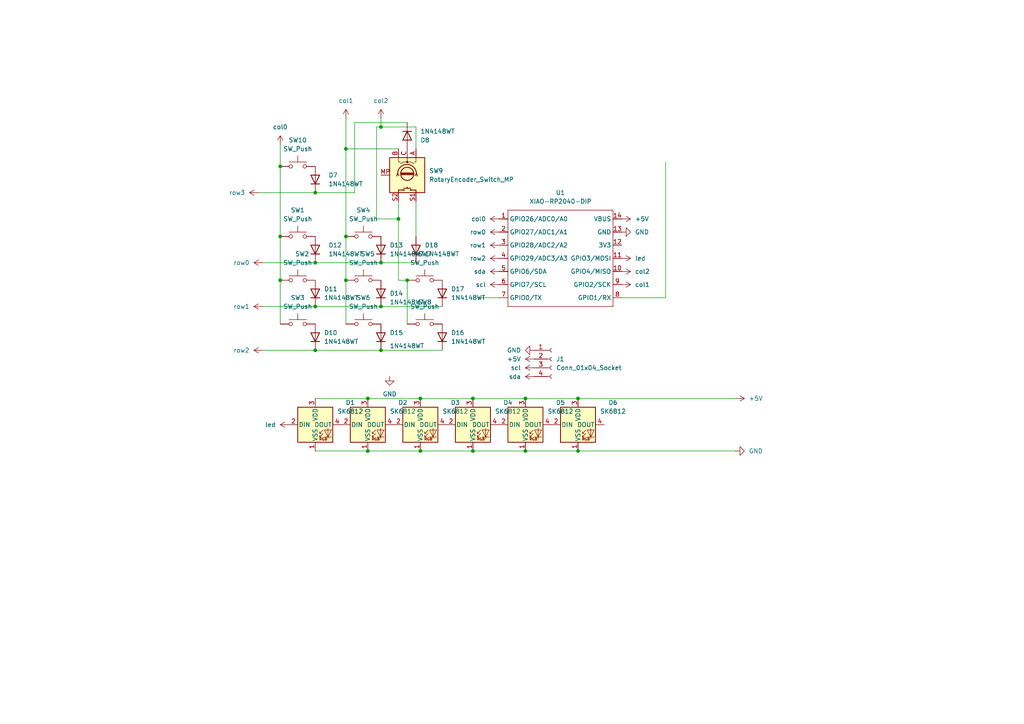
<source format=kicad_sch>
(kicad_sch
	(version 20250114)
	(generator "eeschema")
	(generator_version "9.0")
	(uuid "e943cff0-f9ad-4b30-9f5b-b955b305c11e")
	(paper "A4")
	(lib_symbols
		(symbol "Connector:Conn_01x04_Socket"
			(pin_names
				(offset 1.016)
				(hide yes)
			)
			(exclude_from_sim no)
			(in_bom yes)
			(on_board yes)
			(property "Reference" "J"
				(at 0 5.08 0)
				(effects
					(font
						(size 1.27 1.27)
					)
				)
			)
			(property "Value" "Conn_01x04_Socket"
				(at 0 -7.62 0)
				(effects
					(font
						(size 1.27 1.27)
					)
				)
			)
			(property "Footprint" ""
				(at 0 0 0)
				(effects
					(font
						(size 1.27 1.27)
					)
					(hide yes)
				)
			)
			(property "Datasheet" "~"
				(at 0 0 0)
				(effects
					(font
						(size 1.27 1.27)
					)
					(hide yes)
				)
			)
			(property "Description" "Generic connector, single row, 01x04, script generated"
				(at 0 0 0)
				(effects
					(font
						(size 1.27 1.27)
					)
					(hide yes)
				)
			)
			(property "ki_locked" ""
				(at 0 0 0)
				(effects
					(font
						(size 1.27 1.27)
					)
				)
			)
			(property "ki_keywords" "connector"
				(at 0 0 0)
				(effects
					(font
						(size 1.27 1.27)
					)
					(hide yes)
				)
			)
			(property "ki_fp_filters" "Connector*:*_1x??_*"
				(at 0 0 0)
				(effects
					(font
						(size 1.27 1.27)
					)
					(hide yes)
				)
			)
			(symbol "Conn_01x04_Socket_1_1"
				(polyline
					(pts
						(xy -1.27 2.54) (xy -0.508 2.54)
					)
					(stroke
						(width 0.1524)
						(type default)
					)
					(fill
						(type none)
					)
				)
				(polyline
					(pts
						(xy -1.27 0) (xy -0.508 0)
					)
					(stroke
						(width 0.1524)
						(type default)
					)
					(fill
						(type none)
					)
				)
				(polyline
					(pts
						(xy -1.27 -2.54) (xy -0.508 -2.54)
					)
					(stroke
						(width 0.1524)
						(type default)
					)
					(fill
						(type none)
					)
				)
				(polyline
					(pts
						(xy -1.27 -5.08) (xy -0.508 -5.08)
					)
					(stroke
						(width 0.1524)
						(type default)
					)
					(fill
						(type none)
					)
				)
				(arc
					(start 0 2.032)
					(mid -0.5058 2.54)
					(end 0 3.048)
					(stroke
						(width 0.1524)
						(type default)
					)
					(fill
						(type none)
					)
				)
				(arc
					(start 0 -0.508)
					(mid -0.5058 0)
					(end 0 0.508)
					(stroke
						(width 0.1524)
						(type default)
					)
					(fill
						(type none)
					)
				)
				(arc
					(start 0 -3.048)
					(mid -0.5058 -2.54)
					(end 0 -2.032)
					(stroke
						(width 0.1524)
						(type default)
					)
					(fill
						(type none)
					)
				)
				(arc
					(start 0 -5.588)
					(mid -0.5058 -5.08)
					(end 0 -4.572)
					(stroke
						(width 0.1524)
						(type default)
					)
					(fill
						(type none)
					)
				)
				(pin passive line
					(at -5.08 2.54 0)
					(length 3.81)
					(name "Pin_1"
						(effects
							(font
								(size 1.27 1.27)
							)
						)
					)
					(number "1"
						(effects
							(font
								(size 1.27 1.27)
							)
						)
					)
				)
				(pin passive line
					(at -5.08 0 0)
					(length 3.81)
					(name "Pin_2"
						(effects
							(font
								(size 1.27 1.27)
							)
						)
					)
					(number "2"
						(effects
							(font
								(size 1.27 1.27)
							)
						)
					)
				)
				(pin passive line
					(at -5.08 -2.54 0)
					(length 3.81)
					(name "Pin_3"
						(effects
							(font
								(size 1.27 1.27)
							)
						)
					)
					(number "3"
						(effects
							(font
								(size 1.27 1.27)
							)
						)
					)
				)
				(pin passive line
					(at -5.08 -5.08 0)
					(length 3.81)
					(name "Pin_4"
						(effects
							(font
								(size 1.27 1.27)
							)
						)
					)
					(number "4"
						(effects
							(font
								(size 1.27 1.27)
							)
						)
					)
				)
			)
			(embedded_fonts no)
		)
		(symbol "Device:RotaryEncoder_Switch_MP"
			(pin_names
				(offset 0.254)
				(hide yes)
			)
			(exclude_from_sim no)
			(in_bom yes)
			(on_board yes)
			(property "Reference" "SW"
				(at 0 8.89 0)
				(effects
					(font
						(size 1.27 1.27)
					)
				)
			)
			(property "Value" "RotaryEncoder_Switch_MP"
				(at 0 6.35 0)
				(effects
					(font
						(size 1.27 1.27)
					)
				)
			)
			(property "Footprint" ""
				(at -3.81 4.064 0)
				(effects
					(font
						(size 1.27 1.27)
					)
					(hide yes)
				)
			)
			(property "Datasheet" "~"
				(at 0 -12.7 0)
				(effects
					(font
						(size 1.27 1.27)
					)
					(hide yes)
				)
			)
			(property "Description" "Rotary encoder, dual channel, incremental quadrate outputs, with switch and MP Pin"
				(at 0 -15.24 0)
				(effects
					(font
						(size 1.27 1.27)
					)
					(hide yes)
				)
			)
			(property "ki_keywords" "rotary switch encoder switch push button"
				(at 0 0 0)
				(effects
					(font
						(size 1.27 1.27)
					)
					(hide yes)
				)
			)
			(property "ki_fp_filters" "RotaryEncoder*Switch*"
				(at 0 0 0)
				(effects
					(font
						(size 1.27 1.27)
					)
					(hide yes)
				)
			)
			(symbol "RotaryEncoder_Switch_MP_0_1"
				(rectangle
					(start -5.08 5.08)
					(end 5.08 -5.08)
					(stroke
						(width 0.254)
						(type default)
					)
					(fill
						(type background)
					)
				)
				(polyline
					(pts
						(xy -5.08 2.54) (xy -3.81 2.54) (xy -3.81 2.032)
					)
					(stroke
						(width 0)
						(type default)
					)
					(fill
						(type none)
					)
				)
				(polyline
					(pts
						(xy -5.08 0) (xy -3.81 0) (xy -3.81 -1.016) (xy -3.302 -2.032)
					)
					(stroke
						(width 0)
						(type default)
					)
					(fill
						(type none)
					)
				)
				(polyline
					(pts
						(xy -5.08 -2.54) (xy -3.81 -2.54) (xy -3.81 -2.032)
					)
					(stroke
						(width 0)
						(type default)
					)
					(fill
						(type none)
					)
				)
				(polyline
					(pts
						(xy -4.318 0) (xy -3.81 0) (xy -3.81 1.016) (xy -3.302 2.032)
					)
					(stroke
						(width 0)
						(type default)
					)
					(fill
						(type none)
					)
				)
				(circle
					(center -3.81 0)
					(radius 0.254)
					(stroke
						(width 0)
						(type default)
					)
					(fill
						(type outline)
					)
				)
				(polyline
					(pts
						(xy -0.635 -1.778) (xy -0.635 1.778)
					)
					(stroke
						(width 0.254)
						(type default)
					)
					(fill
						(type none)
					)
				)
				(circle
					(center -0.381 0)
					(radius 1.905)
					(stroke
						(width 0.254)
						(type default)
					)
					(fill
						(type none)
					)
				)
				(polyline
					(pts
						(xy -0.381 -1.778) (xy -0.381 1.778)
					)
					(stroke
						(width 0.254)
						(type default)
					)
					(fill
						(type none)
					)
				)
				(arc
					(start -0.381 -2.794)
					(mid -3.0988 -0.0635)
					(end -0.381 2.667)
					(stroke
						(width 0.254)
						(type default)
					)
					(fill
						(type none)
					)
				)
				(polyline
					(pts
						(xy -0.127 1.778) (xy -0.127 -1.778)
					)
					(stroke
						(width 0.254)
						(type default)
					)
					(fill
						(type none)
					)
				)
				(polyline
					(pts
						(xy 0.254 2.921) (xy -0.508 2.667) (xy 0.127 2.286)
					)
					(stroke
						(width 0.254)
						(type default)
					)
					(fill
						(type none)
					)
				)
				(polyline
					(pts
						(xy 0.254 -3.048) (xy -0.508 -2.794) (xy 0.127 -2.413)
					)
					(stroke
						(width 0.254)
						(type default)
					)
					(fill
						(type none)
					)
				)
				(polyline
					(pts
						(xy 3.81 1.016) (xy 3.81 -1.016)
					)
					(stroke
						(width 0.254)
						(type default)
					)
					(fill
						(type none)
					)
				)
				(polyline
					(pts
						(xy 3.81 0) (xy 3.429 0)
					)
					(stroke
						(width 0.254)
						(type default)
					)
					(fill
						(type none)
					)
				)
				(circle
					(center 4.318 1.016)
					(radius 0.127)
					(stroke
						(width 0.254)
						(type default)
					)
					(fill
						(type none)
					)
				)
				(circle
					(center 4.318 -1.016)
					(radius 0.127)
					(stroke
						(width 0.254)
						(type default)
					)
					(fill
						(type none)
					)
				)
				(polyline
					(pts
						(xy 5.08 2.54) (xy 4.318 2.54) (xy 4.318 1.016)
					)
					(stroke
						(width 0.254)
						(type default)
					)
					(fill
						(type none)
					)
				)
				(polyline
					(pts
						(xy 5.08 -2.54) (xy 4.318 -2.54) (xy 4.318 -1.016)
					)
					(stroke
						(width 0.254)
						(type default)
					)
					(fill
						(type none)
					)
				)
			)
			(symbol "RotaryEncoder_Switch_MP_1_1"
				(pin passive line
					(at -7.62 2.54 0)
					(length 2.54)
					(name "A"
						(effects
							(font
								(size 1.27 1.27)
							)
						)
					)
					(number "A"
						(effects
							(font
								(size 1.27 1.27)
							)
						)
					)
				)
				(pin passive line
					(at -7.62 0 0)
					(length 2.54)
					(name "C"
						(effects
							(font
								(size 1.27 1.27)
							)
						)
					)
					(number "C"
						(effects
							(font
								(size 1.27 1.27)
							)
						)
					)
				)
				(pin passive line
					(at -7.62 -2.54 0)
					(length 2.54)
					(name "B"
						(effects
							(font
								(size 1.27 1.27)
							)
						)
					)
					(number "B"
						(effects
							(font
								(size 1.27 1.27)
							)
						)
					)
				)
				(pin passive line
					(at 0 -7.62 90)
					(length 2.54)
					(name "MP"
						(effects
							(font
								(size 1.27 1.27)
							)
						)
					)
					(number "MP"
						(effects
							(font
								(size 1.27 1.27)
							)
						)
					)
				)
				(pin passive line
					(at 7.62 2.54 180)
					(length 2.54)
					(name "S1"
						(effects
							(font
								(size 1.27 1.27)
							)
						)
					)
					(number "S1"
						(effects
							(font
								(size 1.27 1.27)
							)
						)
					)
				)
				(pin passive line
					(at 7.62 -2.54 180)
					(length 2.54)
					(name "S2"
						(effects
							(font
								(size 1.27 1.27)
							)
						)
					)
					(number "S2"
						(effects
							(font
								(size 1.27 1.27)
							)
						)
					)
				)
			)
			(embedded_fonts no)
		)
		(symbol "Diode:1N4148WT"
			(pin_numbers
				(hide yes)
			)
			(pin_names
				(hide yes)
			)
			(exclude_from_sim no)
			(in_bom yes)
			(on_board yes)
			(property "Reference" "D"
				(at 0 2.54 0)
				(effects
					(font
						(size 1.27 1.27)
					)
				)
			)
			(property "Value" "1N4148WT"
				(at 0 -2.54 0)
				(effects
					(font
						(size 1.27 1.27)
					)
				)
			)
			(property "Footprint" "Diode_SMD:D_SOD-523"
				(at 0 -4.445 0)
				(effects
					(font
						(size 1.27 1.27)
					)
					(hide yes)
				)
			)
			(property "Datasheet" "https://www.diodes.com/assets/Datasheets/ds30396.pdf"
				(at 0 0 0)
				(effects
					(font
						(size 1.27 1.27)
					)
					(hide yes)
				)
			)
			(property "Description" "75V 0.15A Fast switching Diode, SOD-523"
				(at 0 0 0)
				(effects
					(font
						(size 1.27 1.27)
					)
					(hide yes)
				)
			)
			(property "Sim.Device" "D"
				(at 0 0 0)
				(effects
					(font
						(size 1.27 1.27)
					)
					(hide yes)
				)
			)
			(property "Sim.Pins" "1=K 2=A"
				(at 0 0 0)
				(effects
					(font
						(size 1.27 1.27)
					)
					(hide yes)
				)
			)
			(property "ki_keywords" "diode"
				(at 0 0 0)
				(effects
					(font
						(size 1.27 1.27)
					)
					(hide yes)
				)
			)
			(property "ki_fp_filters" "D*SOD?523*"
				(at 0 0 0)
				(effects
					(font
						(size 1.27 1.27)
					)
					(hide yes)
				)
			)
			(symbol "1N4148WT_0_1"
				(polyline
					(pts
						(xy -1.27 1.27) (xy -1.27 -1.27)
					)
					(stroke
						(width 0.254)
						(type default)
					)
					(fill
						(type none)
					)
				)
				(polyline
					(pts
						(xy 1.27 1.27) (xy 1.27 -1.27) (xy -1.27 0) (xy 1.27 1.27)
					)
					(stroke
						(width 0.254)
						(type default)
					)
					(fill
						(type none)
					)
				)
				(polyline
					(pts
						(xy 1.27 0) (xy -1.27 0)
					)
					(stroke
						(width 0)
						(type default)
					)
					(fill
						(type none)
					)
				)
			)
			(symbol "1N4148WT_1_1"
				(pin passive line
					(at -3.81 0 0)
					(length 2.54)
					(name "K"
						(effects
							(font
								(size 1.27 1.27)
							)
						)
					)
					(number "1"
						(effects
							(font
								(size 1.27 1.27)
							)
						)
					)
				)
				(pin passive line
					(at 3.81 0 180)
					(length 2.54)
					(name "A"
						(effects
							(font
								(size 1.27 1.27)
							)
						)
					)
					(number "2"
						(effects
							(font
								(size 1.27 1.27)
							)
						)
					)
				)
			)
			(embedded_fonts no)
		)
		(symbol "LED:SK6812"
			(pin_names
				(offset 0.254)
			)
			(exclude_from_sim no)
			(in_bom yes)
			(on_board yes)
			(property "Reference" "D"
				(at 5.08 5.715 0)
				(effects
					(font
						(size 1.27 1.27)
					)
					(justify right bottom)
				)
			)
			(property "Value" "SK6812"
				(at 1.27 -5.715 0)
				(effects
					(font
						(size 1.27 1.27)
					)
					(justify left top)
				)
			)
			(property "Footprint" "LED_SMD:LED_SK6812_PLCC4_5.0x5.0mm_P3.2mm"
				(at 1.27 -7.62 0)
				(effects
					(font
						(size 1.27 1.27)
					)
					(justify left top)
					(hide yes)
				)
			)
			(property "Datasheet" "https://cdn-shop.adafruit.com/product-files/1138/SK6812+LED+datasheet+.pdf"
				(at 2.54 -9.525 0)
				(effects
					(font
						(size 1.27 1.27)
					)
					(justify left top)
					(hide yes)
				)
			)
			(property "Description" "RGB LED with integrated controller"
				(at 0 0 0)
				(effects
					(font
						(size 1.27 1.27)
					)
					(hide yes)
				)
			)
			(property "ki_keywords" "RGB LED NeoPixel addressable"
				(at 0 0 0)
				(effects
					(font
						(size 1.27 1.27)
					)
					(hide yes)
				)
			)
			(property "ki_fp_filters" "LED*SK6812*PLCC*5.0x5.0mm*P3.2mm*"
				(at 0 0 0)
				(effects
					(font
						(size 1.27 1.27)
					)
					(hide yes)
				)
			)
			(symbol "SK6812_0_0"
				(text "RGB"
					(at 2.286 -4.191 0)
					(effects
						(font
							(size 0.762 0.762)
						)
					)
				)
			)
			(symbol "SK6812_0_1"
				(polyline
					(pts
						(xy 1.27 -2.54) (xy 1.778 -2.54)
					)
					(stroke
						(width 0)
						(type default)
					)
					(fill
						(type none)
					)
				)
				(polyline
					(pts
						(xy 1.27 -3.556) (xy 1.778 -3.556)
					)
					(stroke
						(width 0)
						(type default)
					)
					(fill
						(type none)
					)
				)
				(polyline
					(pts
						(xy 2.286 -1.524) (xy 1.27 -2.54) (xy 1.27 -2.032)
					)
					(stroke
						(width 0)
						(type default)
					)
					(fill
						(type none)
					)
				)
				(polyline
					(pts
						(xy 2.286 -2.54) (xy 1.27 -3.556) (xy 1.27 -3.048)
					)
					(stroke
						(width 0)
						(type default)
					)
					(fill
						(type none)
					)
				)
				(polyline
					(pts
						(xy 3.683 -1.016) (xy 3.683 -3.556) (xy 3.683 -4.064)
					)
					(stroke
						(width 0)
						(type default)
					)
					(fill
						(type none)
					)
				)
				(polyline
					(pts
						(xy 4.699 -1.524) (xy 2.667 -1.524) (xy 3.683 -3.556) (xy 4.699 -1.524)
					)
					(stroke
						(width 0)
						(type default)
					)
					(fill
						(type none)
					)
				)
				(polyline
					(pts
						(xy 4.699 -3.556) (xy 2.667 -3.556)
					)
					(stroke
						(width 0)
						(type default)
					)
					(fill
						(type none)
					)
				)
				(rectangle
					(start 5.08 5.08)
					(end -5.08 -5.08)
					(stroke
						(width 0.254)
						(type default)
					)
					(fill
						(type background)
					)
				)
			)
			(symbol "SK6812_1_1"
				(pin input line
					(at -7.62 0 0)
					(length 2.54)
					(name "DIN"
						(effects
							(font
								(size 1.27 1.27)
							)
						)
					)
					(number "2"
						(effects
							(font
								(size 1.27 1.27)
							)
						)
					)
				)
				(pin power_in line
					(at 0 7.62 270)
					(length 2.54)
					(name "VDD"
						(effects
							(font
								(size 1.27 1.27)
							)
						)
					)
					(number "3"
						(effects
							(font
								(size 1.27 1.27)
							)
						)
					)
				)
				(pin power_in line
					(at 0 -7.62 90)
					(length 2.54)
					(name "VSS"
						(effects
							(font
								(size 1.27 1.27)
							)
						)
					)
					(number "1"
						(effects
							(font
								(size 1.27 1.27)
							)
						)
					)
				)
				(pin output line
					(at 7.62 0 180)
					(length 2.54)
					(name "DOUT"
						(effects
							(font
								(size 1.27 1.27)
							)
						)
					)
					(number "4"
						(effects
							(font
								(size 1.27 1.27)
							)
						)
					)
				)
			)
			(embedded_fonts no)
		)
		(symbol "Seeed_Studio_XIAO_Series:XIAO-RP2040-DIP"
			(exclude_from_sim no)
			(in_bom yes)
			(on_board yes)
			(property "Reference" "U"
				(at 0 0 0)
				(effects
					(font
						(size 1.27 1.27)
					)
				)
			)
			(property "Value" "XIAO-RP2040-DIP"
				(at 5.334 -1.778 0)
				(effects
					(font
						(size 1.27 1.27)
					)
				)
			)
			(property "Footprint" "Module:MOUDLE14P-XIAO-DIP-SMD"
				(at 14.478 -32.258 0)
				(effects
					(font
						(size 1.27 1.27)
					)
					(hide yes)
				)
			)
			(property "Datasheet" ""
				(at 0 0 0)
				(effects
					(font
						(size 1.27 1.27)
					)
					(hide yes)
				)
			)
			(property "Description" ""
				(at 0 0 0)
				(effects
					(font
						(size 1.27 1.27)
					)
					(hide yes)
				)
			)
			(symbol "XIAO-RP2040-DIP_1_0"
				(polyline
					(pts
						(xy -1.27 -2.54) (xy 29.21 -2.54)
					)
					(stroke
						(width 0.1524)
						(type solid)
					)
					(fill
						(type none)
					)
				)
				(polyline
					(pts
						(xy -1.27 -5.08) (xy -2.54 -5.08)
					)
					(stroke
						(width 0.1524)
						(type solid)
					)
					(fill
						(type none)
					)
				)
				(polyline
					(pts
						(xy -1.27 -5.08) (xy -1.27 -2.54)
					)
					(stroke
						(width 0.1524)
						(type solid)
					)
					(fill
						(type none)
					)
				)
				(polyline
					(pts
						(xy -1.27 -8.89) (xy -2.54 -8.89)
					)
					(stroke
						(width 0.1524)
						(type solid)
					)
					(fill
						(type none)
					)
				)
				(polyline
					(pts
						(xy -1.27 -8.89) (xy -1.27 -5.08)
					)
					(stroke
						(width 0.1524)
						(type solid)
					)
					(fill
						(type none)
					)
				)
				(polyline
					(pts
						(xy -1.27 -12.7) (xy -2.54 -12.7)
					)
					(stroke
						(width 0.1524)
						(type solid)
					)
					(fill
						(type none)
					)
				)
				(polyline
					(pts
						(xy -1.27 -12.7) (xy -1.27 -8.89)
					)
					(stroke
						(width 0.1524)
						(type solid)
					)
					(fill
						(type none)
					)
				)
				(polyline
					(pts
						(xy -1.27 -16.51) (xy -2.54 -16.51)
					)
					(stroke
						(width 0.1524)
						(type solid)
					)
					(fill
						(type none)
					)
				)
				(polyline
					(pts
						(xy -1.27 -16.51) (xy -1.27 -12.7)
					)
					(stroke
						(width 0.1524)
						(type solid)
					)
					(fill
						(type none)
					)
				)
				(polyline
					(pts
						(xy -1.27 -20.32) (xy -2.54 -20.32)
					)
					(stroke
						(width 0.1524)
						(type solid)
					)
					(fill
						(type none)
					)
				)
				(polyline
					(pts
						(xy -1.27 -24.13) (xy -2.54 -24.13)
					)
					(stroke
						(width 0.1524)
						(type solid)
					)
					(fill
						(type none)
					)
				)
				(polyline
					(pts
						(xy -1.27 -27.94) (xy -2.54 -27.94)
					)
					(stroke
						(width 0.1524)
						(type solid)
					)
					(fill
						(type none)
					)
				)
				(polyline
					(pts
						(xy -1.27 -30.48) (xy -1.27 -16.51)
					)
					(stroke
						(width 0.1524)
						(type solid)
					)
					(fill
						(type none)
					)
				)
				(polyline
					(pts
						(xy 29.21 -2.54) (xy 29.21 -5.08)
					)
					(stroke
						(width 0.1524)
						(type solid)
					)
					(fill
						(type none)
					)
				)
				(polyline
					(pts
						(xy 29.21 -5.08) (xy 29.21 -8.89)
					)
					(stroke
						(width 0.1524)
						(type solid)
					)
					(fill
						(type none)
					)
				)
				(polyline
					(pts
						(xy 29.21 -8.89) (xy 29.21 -12.7)
					)
					(stroke
						(width 0.1524)
						(type solid)
					)
					(fill
						(type none)
					)
				)
				(polyline
					(pts
						(xy 29.21 -12.7) (xy 29.21 -30.48)
					)
					(stroke
						(width 0.1524)
						(type solid)
					)
					(fill
						(type none)
					)
				)
				(polyline
					(pts
						(xy 29.21 -30.48) (xy -1.27 -30.48)
					)
					(stroke
						(width 0.1524)
						(type solid)
					)
					(fill
						(type none)
					)
				)
				(polyline
					(pts
						(xy 30.48 -5.08) (xy 29.21 -5.08)
					)
					(stroke
						(width 0.1524)
						(type solid)
					)
					(fill
						(type none)
					)
				)
				(polyline
					(pts
						(xy 30.48 -8.89) (xy 29.21 -8.89)
					)
					(stroke
						(width 0.1524)
						(type solid)
					)
					(fill
						(type none)
					)
				)
				(polyline
					(pts
						(xy 30.48 -12.7) (xy 29.21 -12.7)
					)
					(stroke
						(width 0.1524)
						(type solid)
					)
					(fill
						(type none)
					)
				)
				(polyline
					(pts
						(xy 30.48 -16.51) (xy 29.21 -16.51)
					)
					(stroke
						(width 0.1524)
						(type solid)
					)
					(fill
						(type none)
					)
				)
				(polyline
					(pts
						(xy 30.48 -20.32) (xy 29.21 -20.32)
					)
					(stroke
						(width 0.1524)
						(type solid)
					)
					(fill
						(type none)
					)
				)
				(polyline
					(pts
						(xy 30.48 -24.13) (xy 29.21 -24.13)
					)
					(stroke
						(width 0.1524)
						(type solid)
					)
					(fill
						(type none)
					)
				)
				(polyline
					(pts
						(xy 30.48 -27.94) (xy 29.21 -27.94)
					)
					(stroke
						(width 0.1524)
						(type solid)
					)
					(fill
						(type none)
					)
				)
				(pin passive line
					(at -3.81 -5.08 0)
					(length 2.54)
					(name "GPIO26/ADC0/A0"
						(effects
							(font
								(size 1.27 1.27)
							)
						)
					)
					(number "1"
						(effects
							(font
								(size 1.27 1.27)
							)
						)
					)
				)
				(pin passive line
					(at -3.81 -8.89 0)
					(length 2.54)
					(name "GPIO27/ADC1/A1"
						(effects
							(font
								(size 1.27 1.27)
							)
						)
					)
					(number "2"
						(effects
							(font
								(size 1.27 1.27)
							)
						)
					)
				)
				(pin passive line
					(at -3.81 -12.7 0)
					(length 2.54)
					(name "GPIO28/ADC2/A2"
						(effects
							(font
								(size 1.27 1.27)
							)
						)
					)
					(number "3"
						(effects
							(font
								(size 1.27 1.27)
							)
						)
					)
				)
				(pin passive line
					(at -3.81 -16.51 0)
					(length 2.54)
					(name "GPIO29/ADC3/A3"
						(effects
							(font
								(size 1.27 1.27)
							)
						)
					)
					(number "4"
						(effects
							(font
								(size 1.27 1.27)
							)
						)
					)
				)
				(pin passive line
					(at -3.81 -20.32 0)
					(length 2.54)
					(name "GPIO6/SDA"
						(effects
							(font
								(size 1.27 1.27)
							)
						)
					)
					(number "5"
						(effects
							(font
								(size 1.27 1.27)
							)
						)
					)
				)
				(pin passive line
					(at -3.81 -24.13 0)
					(length 2.54)
					(name "GPIO7/SCL"
						(effects
							(font
								(size 1.27 1.27)
							)
						)
					)
					(number "6"
						(effects
							(font
								(size 1.27 1.27)
							)
						)
					)
				)
				(pin passive line
					(at -3.81 -27.94 0)
					(length 2.54)
					(name "GPIO0/TX"
						(effects
							(font
								(size 1.27 1.27)
							)
						)
					)
					(number "7"
						(effects
							(font
								(size 1.27 1.27)
							)
						)
					)
				)
				(pin passive line
					(at 31.75 -5.08 180)
					(length 2.54)
					(name "VBUS"
						(effects
							(font
								(size 1.27 1.27)
							)
						)
					)
					(number "14"
						(effects
							(font
								(size 1.27 1.27)
							)
						)
					)
				)
				(pin passive line
					(at 31.75 -8.89 180)
					(length 2.54)
					(name "GND"
						(effects
							(font
								(size 1.27 1.27)
							)
						)
					)
					(number "13"
						(effects
							(font
								(size 1.27 1.27)
							)
						)
					)
				)
				(pin passive line
					(at 31.75 -12.7 180)
					(length 2.54)
					(name "3V3"
						(effects
							(font
								(size 1.27 1.27)
							)
						)
					)
					(number "12"
						(effects
							(font
								(size 1.27 1.27)
							)
						)
					)
				)
				(pin passive line
					(at 31.75 -16.51 180)
					(length 2.54)
					(name "GPIO3/MOSI"
						(effects
							(font
								(size 1.27 1.27)
							)
						)
					)
					(number "11"
						(effects
							(font
								(size 1.27 1.27)
							)
						)
					)
				)
				(pin passive line
					(at 31.75 -20.32 180)
					(length 2.54)
					(name "GPIO4/MISO"
						(effects
							(font
								(size 1.27 1.27)
							)
						)
					)
					(number "10"
						(effects
							(font
								(size 1.27 1.27)
							)
						)
					)
				)
				(pin passive line
					(at 31.75 -24.13 180)
					(length 2.54)
					(name "GPIO2/SCK"
						(effects
							(font
								(size 1.27 1.27)
							)
						)
					)
					(number "9"
						(effects
							(font
								(size 1.27 1.27)
							)
						)
					)
				)
				(pin passive line
					(at 31.75 -27.94 180)
					(length 2.54)
					(name "GPIO1/RX"
						(effects
							(font
								(size 1.27 1.27)
							)
						)
					)
					(number "8"
						(effects
							(font
								(size 1.27 1.27)
							)
						)
					)
				)
			)
			(embedded_fonts no)
		)
		(symbol "Switch:SW_Push"
			(pin_numbers
				(hide yes)
			)
			(pin_names
				(offset 1.016)
				(hide yes)
			)
			(exclude_from_sim no)
			(in_bom yes)
			(on_board yes)
			(property "Reference" "SW"
				(at 1.27 2.54 0)
				(effects
					(font
						(size 1.27 1.27)
					)
					(justify left)
				)
			)
			(property "Value" "SW_Push"
				(at 0 -1.524 0)
				(effects
					(font
						(size 1.27 1.27)
					)
				)
			)
			(property "Footprint" ""
				(at 0 5.08 0)
				(effects
					(font
						(size 1.27 1.27)
					)
					(hide yes)
				)
			)
			(property "Datasheet" "~"
				(at 0 5.08 0)
				(effects
					(font
						(size 1.27 1.27)
					)
					(hide yes)
				)
			)
			(property "Description" "Push button switch, generic, two pins"
				(at 0 0 0)
				(effects
					(font
						(size 1.27 1.27)
					)
					(hide yes)
				)
			)
			(property "ki_keywords" "switch normally-open pushbutton push-button"
				(at 0 0 0)
				(effects
					(font
						(size 1.27 1.27)
					)
					(hide yes)
				)
			)
			(symbol "SW_Push_0_1"
				(circle
					(center -2.032 0)
					(radius 0.508)
					(stroke
						(width 0)
						(type default)
					)
					(fill
						(type none)
					)
				)
				(polyline
					(pts
						(xy 0 1.27) (xy 0 3.048)
					)
					(stroke
						(width 0)
						(type default)
					)
					(fill
						(type none)
					)
				)
				(circle
					(center 2.032 0)
					(radius 0.508)
					(stroke
						(width 0)
						(type default)
					)
					(fill
						(type none)
					)
				)
				(polyline
					(pts
						(xy 2.54 1.27) (xy -2.54 1.27)
					)
					(stroke
						(width 0)
						(type default)
					)
					(fill
						(type none)
					)
				)
				(pin passive line
					(at -5.08 0 0)
					(length 2.54)
					(name "1"
						(effects
							(font
								(size 1.27 1.27)
							)
						)
					)
					(number "1"
						(effects
							(font
								(size 1.27 1.27)
							)
						)
					)
				)
				(pin passive line
					(at 5.08 0 180)
					(length 2.54)
					(name "2"
						(effects
							(font
								(size 1.27 1.27)
							)
						)
					)
					(number "2"
						(effects
							(font
								(size 1.27 1.27)
							)
						)
					)
				)
			)
			(embedded_fonts no)
		)
		(symbol "power:+5V"
			(power)
			(pin_numbers
				(hide yes)
			)
			(pin_names
				(offset 0)
				(hide yes)
			)
			(exclude_from_sim no)
			(in_bom yes)
			(on_board yes)
			(property "Reference" "#PWR"
				(at 0 -3.81 0)
				(effects
					(font
						(size 1.27 1.27)
					)
					(hide yes)
				)
			)
			(property "Value" "+5V"
				(at 0 3.556 0)
				(effects
					(font
						(size 1.27 1.27)
					)
				)
			)
			(property "Footprint" ""
				(at 0 0 0)
				(effects
					(font
						(size 1.27 1.27)
					)
					(hide yes)
				)
			)
			(property "Datasheet" ""
				(at 0 0 0)
				(effects
					(font
						(size 1.27 1.27)
					)
					(hide yes)
				)
			)
			(property "Description" "Power symbol creates a global label with name \"+5V\""
				(at 0 0 0)
				(effects
					(font
						(size 1.27 1.27)
					)
					(hide yes)
				)
			)
			(property "ki_keywords" "global power"
				(at 0 0 0)
				(effects
					(font
						(size 1.27 1.27)
					)
					(hide yes)
				)
			)
			(symbol "+5V_0_1"
				(polyline
					(pts
						(xy -0.762 1.27) (xy 0 2.54)
					)
					(stroke
						(width 0)
						(type default)
					)
					(fill
						(type none)
					)
				)
				(polyline
					(pts
						(xy 0 2.54) (xy 0.762 1.27)
					)
					(stroke
						(width 0)
						(type default)
					)
					(fill
						(type none)
					)
				)
				(polyline
					(pts
						(xy 0 0) (xy 0 2.54)
					)
					(stroke
						(width 0)
						(type default)
					)
					(fill
						(type none)
					)
				)
			)
			(symbol "+5V_1_1"
				(pin power_in line
					(at 0 0 90)
					(length 0)
					(name "~"
						(effects
							(font
								(size 1.27 1.27)
							)
						)
					)
					(number "1"
						(effects
							(font
								(size 1.27 1.27)
							)
						)
					)
				)
			)
			(embedded_fonts no)
		)
		(symbol "power:GND"
			(power)
			(pin_numbers
				(hide yes)
			)
			(pin_names
				(offset 0)
				(hide yes)
			)
			(exclude_from_sim no)
			(in_bom yes)
			(on_board yes)
			(property "Reference" "#PWR"
				(at 0 -6.35 0)
				(effects
					(font
						(size 1.27 1.27)
					)
					(hide yes)
				)
			)
			(property "Value" "GND"
				(at 0 -3.81 0)
				(effects
					(font
						(size 1.27 1.27)
					)
				)
			)
			(property "Footprint" ""
				(at 0 0 0)
				(effects
					(font
						(size 1.27 1.27)
					)
					(hide yes)
				)
			)
			(property "Datasheet" ""
				(at 0 0 0)
				(effects
					(font
						(size 1.27 1.27)
					)
					(hide yes)
				)
			)
			(property "Description" "Power symbol creates a global label with name \"GND\" , ground"
				(at 0 0 0)
				(effects
					(font
						(size 1.27 1.27)
					)
					(hide yes)
				)
			)
			(property "ki_keywords" "global power"
				(at 0 0 0)
				(effects
					(font
						(size 1.27 1.27)
					)
					(hide yes)
				)
			)
			(symbol "GND_0_1"
				(polyline
					(pts
						(xy 0 0) (xy 0 -1.27) (xy 1.27 -1.27) (xy 0 -2.54) (xy -1.27 -1.27) (xy 0 -1.27)
					)
					(stroke
						(width 0)
						(type default)
					)
					(fill
						(type none)
					)
				)
			)
			(symbol "GND_1_1"
				(pin power_in line
					(at 0 0 270)
					(length 0)
					(name "~"
						(effects
							(font
								(size 1.27 1.27)
							)
						)
					)
					(number "1"
						(effects
							(font
								(size 1.27 1.27)
							)
						)
					)
				)
			)
			(embedded_fonts no)
		)
		(symbol "power:Vdrive"
			(power)
			(pin_numbers
				(hide yes)
			)
			(pin_names
				(offset 0)
				(hide yes)
			)
			(exclude_from_sim no)
			(in_bom yes)
			(on_board yes)
			(property "Reference" "#PWR"
				(at 0 -3.81 0)
				(effects
					(font
						(size 1.27 1.27)
					)
					(hide yes)
				)
			)
			(property "Value" "Vdrive"
				(at 0 3.556 0)
				(effects
					(font
						(size 1.27 1.27)
					)
				)
			)
			(property "Footprint" ""
				(at 0 0 0)
				(effects
					(font
						(size 1.27 1.27)
					)
					(hide yes)
				)
			)
			(property "Datasheet" ""
				(at 0 0 0)
				(effects
					(font
						(size 1.27 1.27)
					)
					(hide yes)
				)
			)
			(property "Description" "Power symbol creates a global label with name \"Vdrive\""
				(at 0 0 0)
				(effects
					(font
						(size 1.27 1.27)
					)
					(hide yes)
				)
			)
			(property "ki_keywords" "global power"
				(at 0 0 0)
				(effects
					(font
						(size 1.27 1.27)
					)
					(hide yes)
				)
			)
			(symbol "Vdrive_0_1"
				(polyline
					(pts
						(xy -0.762 1.27) (xy 0 2.54)
					)
					(stroke
						(width 0)
						(type default)
					)
					(fill
						(type none)
					)
				)
				(polyline
					(pts
						(xy 0 2.54) (xy 0.762 1.27)
					)
					(stroke
						(width 0)
						(type default)
					)
					(fill
						(type none)
					)
				)
				(polyline
					(pts
						(xy 0 0) (xy 0 2.54)
					)
					(stroke
						(width 0)
						(type default)
					)
					(fill
						(type none)
					)
				)
			)
			(symbol "Vdrive_1_1"
				(pin power_in line
					(at 0 0 90)
					(length 0)
					(name "~"
						(effects
							(font
								(size 1.27 1.27)
							)
						)
					)
					(number "1"
						(effects
							(font
								(size 1.27 1.27)
							)
						)
					)
				)
			)
			(embedded_fonts no)
		)
	)
	(junction
		(at 110.49 36.83)
		(diameter 0)
		(color 0 0 0 0)
		(uuid "04a6495d-492b-4f68-8dd5-44d60bfdc11f")
	)
	(junction
		(at 152.4 115.57)
		(diameter 0)
		(color 0 0 0 0)
		(uuid "223f401b-4c5c-4365-8169-1cf48386b3aa")
	)
	(junction
		(at 115.57 63.5)
		(diameter 0)
		(color 0 0 0 0)
		(uuid "27895205-8224-4c6f-84e2-fc9dc0cb3ddf")
	)
	(junction
		(at 110.49 88.9)
		(diameter 0)
		(color 0 0 0 0)
		(uuid "2abf186e-1af6-413d-8c77-f8df1dab8d93")
	)
	(junction
		(at 106.68 130.81)
		(diameter 0)
		(color 0 0 0 0)
		(uuid "42a64871-d683-4746-aa9f-7c51f059d0fa")
	)
	(junction
		(at 118.11 81.28)
		(diameter 0)
		(color 0 0 0 0)
		(uuid "595d5a4f-ad66-43a1-bc67-0491aacd3a12")
	)
	(junction
		(at 91.44 55.88)
		(diameter 0)
		(color 0 0 0 0)
		(uuid "5d11b47c-b7ba-46fb-a746-8bd1fba51ed1")
	)
	(junction
		(at 121.92 130.81)
		(diameter 0)
		(color 0 0 0 0)
		(uuid "5f5eea8b-dc4d-46d8-bd5b-cec5db66fc09")
	)
	(junction
		(at 106.68 115.57)
		(diameter 0)
		(color 0 0 0 0)
		(uuid "6928d8c2-fb28-49ca-95a4-7c793411e8a7")
	)
	(junction
		(at 100.33 81.28)
		(diameter 0)
		(color 0 0 0 0)
		(uuid "69de7343-a7ae-456c-a155-b0d0f22e8a93")
	)
	(junction
		(at 100.33 43.18)
		(diameter 0)
		(color 0 0 0 0)
		(uuid "71bc7b6e-4563-4323-865d-97a3a3560916")
	)
	(junction
		(at 152.4 130.81)
		(diameter 0)
		(color 0 0 0 0)
		(uuid "768a9910-fbea-4a3e-9966-c7692ad27e8a")
	)
	(junction
		(at 91.44 88.9)
		(diameter 0)
		(color 0 0 0 0)
		(uuid "8173fc86-7324-4ff8-ba05-7b7961ecfec0")
	)
	(junction
		(at 81.28 48.26)
		(diameter 0)
		(color 0 0 0 0)
		(uuid "8beb4f93-7595-42e9-8479-707c55662016")
	)
	(junction
		(at 137.16 130.81)
		(diameter 0)
		(color 0 0 0 0)
		(uuid "8d042cd7-f3d5-46b7-96c8-b01708a6378a")
	)
	(junction
		(at 121.92 115.57)
		(diameter 0)
		(color 0 0 0 0)
		(uuid "a82965d6-33d5-49e6-8ff8-0f193033fe64")
	)
	(junction
		(at 100.33 68.58)
		(diameter 0)
		(color 0 0 0 0)
		(uuid "b0bc3186-1b30-48c8-90c8-8a61a7dddf48")
	)
	(junction
		(at 167.64 115.57)
		(diameter 0)
		(color 0 0 0 0)
		(uuid "c8b66bfe-5cbd-4d71-8125-18d104133ac4")
	)
	(junction
		(at 91.44 76.2)
		(diameter 0)
		(color 0 0 0 0)
		(uuid "cebb705e-475b-4f31-87c3-a843ddcc2435")
	)
	(junction
		(at 110.49 101.6)
		(diameter 0)
		(color 0 0 0 0)
		(uuid "dc772b4c-9c89-46e4-91d7-05db0a5100f5")
	)
	(junction
		(at 81.28 81.28)
		(diameter 0)
		(color 0 0 0 0)
		(uuid "df5a111d-dd45-41ac-894a-fefeae53ef38")
	)
	(junction
		(at 110.49 76.2)
		(diameter 0)
		(color 0 0 0 0)
		(uuid "f1ea5091-bea6-4e69-95df-eb36d0afb00c")
	)
	(junction
		(at 137.16 115.57)
		(diameter 0)
		(color 0 0 0 0)
		(uuid "f426cfdc-8177-4798-99be-df3f1fc0ae9e")
	)
	(junction
		(at 91.44 101.6)
		(diameter 0)
		(color 0 0 0 0)
		(uuid "f85055b1-0d42-419a-a34d-3d3552c30240")
	)
	(junction
		(at 81.28 68.58)
		(diameter 0)
		(color 0 0 0 0)
		(uuid "f9acd536-48dc-4677-ba1d-274b12918e97")
	)
	(junction
		(at 167.64 130.81)
		(diameter 0)
		(color 0 0 0 0)
		(uuid "fc0c7095-e79c-45b6-937b-d2682dc74bb0")
	)
	(wire
		(pts
			(xy 110.49 76.2) (xy 120.65 76.2)
		)
		(stroke
			(width 0)
			(type default)
		)
		(uuid "0072975f-3c6f-425b-aeda-04a2f5696a4b")
	)
	(wire
		(pts
			(xy 102.87 35.56) (xy 102.87 55.88)
		)
		(stroke
			(width 0)
			(type default)
		)
		(uuid "06166bf2-84f4-423c-877f-ef0ee5fa59d1")
	)
	(wire
		(pts
			(xy 109.22 36.83) (xy 110.49 36.83)
		)
		(stroke
			(width 0)
			(type default)
		)
		(uuid "09ed4162-c9e7-40ae-afd3-2baf4df3bf49")
	)
	(wire
		(pts
			(xy 100.33 68.58) (xy 100.33 81.28)
		)
		(stroke
			(width 0)
			(type default)
		)
		(uuid "0a856110-72c5-4cdc-835f-9f28e7596f2a")
	)
	(wire
		(pts
			(xy 102.87 35.56) (xy 118.11 35.56)
		)
		(stroke
			(width 0)
			(type default)
		)
		(uuid "0ba920f5-bc73-479d-b0e4-14a174baa69c")
	)
	(wire
		(pts
			(xy 100.33 81.28) (xy 100.33 93.98)
		)
		(stroke
			(width 0)
			(type default)
		)
		(uuid "2289f953-0091-4d2a-8660-00312abe6797")
	)
	(wire
		(pts
			(xy 106.68 130.81) (xy 121.92 130.81)
		)
		(stroke
			(width 0)
			(type default)
		)
		(uuid "261b844c-a7a7-427a-a4a7-d42468b99728")
	)
	(wire
		(pts
			(xy 91.44 76.2) (xy 110.49 76.2)
		)
		(stroke
			(width 0)
			(type default)
		)
		(uuid "302c29c6-2fe7-4902-a92f-2401b0cc7840")
	)
	(wire
		(pts
			(xy 118.11 81.28) (xy 118.11 93.98)
		)
		(stroke
			(width 0)
			(type default)
		)
		(uuid "5d69c698-dbf5-4057-ab0d-0b5c1d923241")
	)
	(wire
		(pts
			(xy 193.04 86.36) (xy 180.34 86.36)
		)
		(stroke
			(width 0)
			(type default)
		)
		(uuid "5f348cc5-720d-48b2-b4d6-0df12bcb0987")
	)
	(wire
		(pts
			(xy 102.87 55.88) (xy 91.44 55.88)
		)
		(stroke
			(width 0)
			(type default)
		)
		(uuid "60051fda-732f-4232-b2f2-208d17f43008")
	)
	(wire
		(pts
			(xy 115.57 63.5) (xy 115.57 81.28)
		)
		(stroke
			(width 0)
			(type default)
		)
		(uuid "6493697c-b509-4141-abf9-6543c81bcc17")
	)
	(wire
		(pts
			(xy 110.49 36.83) (xy 120.65 36.83)
		)
		(stroke
			(width 0)
			(type default)
		)
		(uuid "6aa20545-92ff-4423-80da-ce11618147af")
	)
	(wire
		(pts
			(xy 110.49 88.9) (xy 128.27 88.9)
		)
		(stroke
			(width 0)
			(type default)
		)
		(uuid "6b645c52-7913-4bb0-81a2-b393684039df")
	)
	(wire
		(pts
			(xy 121.92 130.81) (xy 137.16 130.81)
		)
		(stroke
			(width 0)
			(type default)
		)
		(uuid "6e87bc1d-ad50-416f-8da3-842a5a750566")
	)
	(wire
		(pts
			(xy 81.28 48.26) (xy 81.28 68.58)
		)
		(stroke
			(width 0)
			(type default)
		)
		(uuid "7ae6d168-adb8-4ee0-94f9-50d56960001b")
	)
	(wire
		(pts
			(xy 137.16 115.57) (xy 152.4 115.57)
		)
		(stroke
			(width 0)
			(type default)
		)
		(uuid "7dedd5f9-25da-4ee3-9ccc-b9ad3d1a3864")
	)
	(wire
		(pts
			(xy 76.2 101.6) (xy 91.44 101.6)
		)
		(stroke
			(width 0)
			(type default)
		)
		(uuid "8c3305e3-c9f1-4048-be62-991a8392c079")
	)
	(wire
		(pts
			(xy 100.33 43.18) (xy 115.57 43.18)
		)
		(stroke
			(width 0)
			(type default)
		)
		(uuid "8f42ce07-921d-4410-b7da-96a4183f80a7")
	)
	(wire
		(pts
			(xy 120.65 36.83) (xy 120.65 43.18)
		)
		(stroke
			(width 0)
			(type default)
		)
		(uuid "92d9d46b-ccb7-4eb3-a1df-33c2c3a6e3e2")
	)
	(wire
		(pts
			(xy 81.28 81.28) (xy 81.28 93.98)
		)
		(stroke
			(width 0)
			(type default)
		)
		(uuid "94d898e9-f037-465b-81f9-e6f7f808f0d7")
	)
	(wire
		(pts
			(xy 106.68 115.57) (xy 121.92 115.57)
		)
		(stroke
			(width 0)
			(type default)
		)
		(uuid "9917d9a0-d28c-47c9-a0f5-1a287e44e47e")
	)
	(wire
		(pts
			(xy 138.43 86.36) (xy 144.78 86.36)
		)
		(stroke
			(width 0)
			(type default)
		)
		(uuid "a16995ec-bcfe-4041-9adf-ae7d4efc0df3")
	)
	(wire
		(pts
			(xy 193.04 46.99) (xy 193.04 86.36)
		)
		(stroke
			(width 0)
			(type default)
		)
		(uuid "a2b74821-0f76-45c0-bb49-e1aea6eaa0f5")
	)
	(wire
		(pts
			(xy 137.16 130.81) (xy 152.4 130.81)
		)
		(stroke
			(width 0)
			(type default)
		)
		(uuid "a53112c2-8ade-4730-8d32-8d62f78da481")
	)
	(wire
		(pts
			(xy 109.22 63.5) (xy 115.57 63.5)
		)
		(stroke
			(width 0)
			(type default)
		)
		(uuid "b025225a-70a5-4b45-8acb-0b9697ee9b97")
	)
	(wire
		(pts
			(xy 76.2 88.9) (xy 91.44 88.9)
		)
		(stroke
			(width 0)
			(type default)
		)
		(uuid "ba1df086-0734-4452-89d4-b4be190bab4e")
	)
	(wire
		(pts
			(xy 81.28 68.58) (xy 81.28 81.28)
		)
		(stroke
			(width 0)
			(type default)
		)
		(uuid "ba65b2c6-9c08-46bd-8a46-a601f5b19fe5")
	)
	(wire
		(pts
			(xy 115.57 58.42) (xy 115.57 63.5)
		)
		(stroke
			(width 0)
			(type default)
		)
		(uuid "bc04f6c0-efc3-42a2-9282-753a871f2c62")
	)
	(wire
		(pts
			(xy 76.2 76.2) (xy 91.44 76.2)
		)
		(stroke
			(width 0)
			(type default)
		)
		(uuid "c2d347d0-bf14-4665-9b01-a666833efe0f")
	)
	(wire
		(pts
			(xy 120.65 68.58) (xy 120.65 58.42)
		)
		(stroke
			(width 0)
			(type default)
		)
		(uuid "c45adf90-b777-46e4-91ba-c6e99a3f863f")
	)
	(wire
		(pts
			(xy 91.44 115.57) (xy 106.68 115.57)
		)
		(stroke
			(width 0)
			(type default)
		)
		(uuid "c6877d2a-f4cd-47c7-885e-a7847c641c0a")
	)
	(wire
		(pts
			(xy 110.49 34.29) (xy 110.49 36.83)
		)
		(stroke
			(width 0)
			(type default)
		)
		(uuid "c6981470-3c1d-44e7-ad5c-aabd59f2e3b3")
	)
	(wire
		(pts
			(xy 100.33 34.29) (xy 100.33 43.18)
		)
		(stroke
			(width 0)
			(type default)
		)
		(uuid "d0516e53-33ba-49e0-9429-fb67a3cf915c")
	)
	(wire
		(pts
			(xy 74.93 55.88) (xy 91.44 55.88)
		)
		(stroke
			(width 0)
			(type default)
		)
		(uuid "d63cdffe-2de2-4965-ab2c-7bddb4f92fe8")
	)
	(wire
		(pts
			(xy 167.64 130.81) (xy 213.36 130.81)
		)
		(stroke
			(width 0)
			(type default)
		)
		(uuid "d6f4f1a2-a6cf-48f8-a03f-3b5c924b17c8")
	)
	(wire
		(pts
			(xy 109.22 36.83) (xy 109.22 63.5)
		)
		(stroke
			(width 0)
			(type default)
		)
		(uuid "d8ecb815-15f5-4858-b6d7-0b6ee47ec2f8")
	)
	(wire
		(pts
			(xy 152.4 115.57) (xy 167.64 115.57)
		)
		(stroke
			(width 0)
			(type default)
		)
		(uuid "df4c9570-8b73-42a2-bdbb-3e13a1830236")
	)
	(wire
		(pts
			(xy 91.44 130.81) (xy 106.68 130.81)
		)
		(stroke
			(width 0)
			(type default)
		)
		(uuid "e240c8cd-ab59-4b43-ab09-9c21c2d0183e")
	)
	(wire
		(pts
			(xy 81.28 41.91) (xy 81.28 48.26)
		)
		(stroke
			(width 0)
			(type default)
		)
		(uuid "e2c2ff5f-e928-424f-8c76-24a62ca22a78")
	)
	(wire
		(pts
			(xy 121.92 115.57) (xy 137.16 115.57)
		)
		(stroke
			(width 0)
			(type default)
		)
		(uuid "ecf87cb5-498c-485b-91b5-b346da5976c5")
	)
	(wire
		(pts
			(xy 115.57 81.28) (xy 118.11 81.28)
		)
		(stroke
			(width 0)
			(type default)
		)
		(uuid "ee1e5e85-1274-4540-a13a-d2c51dbe9b5e")
	)
	(wire
		(pts
			(xy 110.49 101.6) (xy 128.27 101.6)
		)
		(stroke
			(width 0)
			(type default)
		)
		(uuid "f1384de2-3d89-4e0d-8626-07f18eea504d")
	)
	(wire
		(pts
			(xy 167.64 115.57) (xy 213.36 115.57)
		)
		(stroke
			(width 0)
			(type default)
		)
		(uuid "f28a9aa0-e42f-46d0-a220-8a2d1ce16c55")
	)
	(wire
		(pts
			(xy 91.44 101.6) (xy 110.49 101.6)
		)
		(stroke
			(width 0)
			(type default)
		)
		(uuid "f63eaad3-b989-4a8c-89be-b89dece99cfb")
	)
	(wire
		(pts
			(xy 91.44 88.9) (xy 110.49 88.9)
		)
		(stroke
			(width 0)
			(type default)
		)
		(uuid "f69c8cc5-6552-4cae-82d5-9b8263eddc31")
	)
	(wire
		(pts
			(xy 100.33 43.18) (xy 100.33 68.58)
		)
		(stroke
			(width 0)
			(type default)
		)
		(uuid "f884a656-2a80-4b6a-aecd-016c6f417123")
	)
	(wire
		(pts
			(xy 152.4 130.81) (xy 167.64 130.81)
		)
		(stroke
			(width 0)
			(type default)
		)
		(uuid "ff7e3969-e26f-471e-b84b-466ab9b8c278")
	)
	(symbol
		(lib_id "power:+5V")
		(at 154.94 104.14 90)
		(unit 1)
		(exclude_from_sim no)
		(in_bom yes)
		(on_board yes)
		(dnp no)
		(fields_autoplaced yes)
		(uuid "010d3c43-2fc9-4b55-bbed-94466ec8e492")
		(property "Reference" "#PWR021"
			(at 158.75 104.14 0)
			(effects
				(font
					(size 1.27 1.27)
				)
				(hide yes)
			)
		)
		(property "Value" "+5V"
			(at 151.13 104.1399 90)
			(effects
				(font
					(size 1.27 1.27)
				)
				(justify left)
			)
		)
		(property "Footprint" ""
			(at 154.94 104.14 0)
			(effects
				(font
					(size 1.27 1.27)
				)
				(hide yes)
			)
		)
		(property "Datasheet" ""
			(at 154.94 104.14 0)
			(effects
				(font
					(size 1.27 1.27)
				)
				(hide yes)
			)
		)
		(property "Description" "Power symbol creates a global label with name \"+5V\""
			(at 154.94 104.14 0)
			(effects
				(font
					(size 1.27 1.27)
				)
				(hide yes)
			)
		)
		(pin "1"
			(uuid "65f7e11f-1d75-4748-bf1a-520c974b9918")
		)
		(instances
			(project "macropad"
				(path "/e943cff0-f9ad-4b30-9f5b-b955b305c11e"
					(reference "#PWR021")
					(unit 1)
				)
			)
		)
	)
	(symbol
		(lib_id "LED:SK6812")
		(at 152.4 123.19 0)
		(unit 1)
		(exclude_from_sim no)
		(in_bom yes)
		(on_board yes)
		(dnp no)
		(fields_autoplaced yes)
		(uuid "014d704c-475d-4db4-9668-787c96d0c693")
		(property "Reference" "D5"
			(at 162.56 116.7698 0)
			(effects
				(font
					(size 1.27 1.27)
				)
			)
		)
		(property "Value" "SK6812"
			(at 162.56 119.3098 0)
			(effects
				(font
					(size 1.27 1.27)
				)
			)
		)
		(property "Footprint" "LED_SMD:LED_SK6812MINI_PLCC4_3.5x3.5mm_P1.75mm"
			(at 153.67 130.81 0)
			(effects
				(font
					(size 1.27 1.27)
				)
				(justify left top)
				(hide yes)
			)
		)
		(property "Datasheet" "https://cdn-shop.adafruit.com/product-files/1138/SK6812+LED+datasheet+.pdf"
			(at 154.94 132.715 0)
			(effects
				(font
					(size 1.27 1.27)
				)
				(justify left top)
				(hide yes)
			)
		)
		(property "Description" "RGB LED with integrated controller"
			(at 152.4 123.19 0)
			(effects
				(font
					(size 1.27 1.27)
				)
				(hide yes)
			)
		)
		(pin "3"
			(uuid "0e1bcba8-9466-4f3e-a3f1-ab62875ba8d9")
		)
		(pin "4"
			(uuid "8ab876df-f0a8-4eb1-8e22-8fd9c819ced5")
		)
		(pin "2"
			(uuid "57d6e3e4-2da3-4890-9637-3967450c70a9")
		)
		(pin "1"
			(uuid "c1bd2744-af9a-4e1a-904d-df5a5097f783")
		)
		(instances
			(project "macropad"
				(path "/e943cff0-f9ad-4b30-9f5b-b955b305c11e"
					(reference "D5")
					(unit 1)
				)
			)
		)
	)
	(symbol
		(lib_id "power:Vdrive")
		(at 180.34 74.93 270)
		(unit 1)
		(exclude_from_sim no)
		(in_bom yes)
		(on_board yes)
		(dnp no)
		(fields_autoplaced yes)
		(uuid "0420c16b-a950-4f1b-b0d4-576393d01c63")
		(property "Reference" "#PWR018"
			(at 176.53 74.93 0)
			(effects
				(font
					(size 1.27 1.27)
				)
				(hide yes)
			)
		)
		(property "Value" "led"
			(at 184.15 74.9299 90)
			(effects
				(font
					(size 1.27 1.27)
				)
				(justify left)
			)
		)
		(property "Footprint" ""
			(at 180.34 74.93 0)
			(effects
				(font
					(size 1.27 1.27)
				)
				(hide yes)
			)
		)
		(property "Datasheet" ""
			(at 180.34 74.93 0)
			(effects
				(font
					(size 1.27 1.27)
				)
				(hide yes)
			)
		)
		(property "Description" "Power symbol creates a global label with name \"Vdrive\""
			(at 180.34 74.93 0)
			(effects
				(font
					(size 1.27 1.27)
				)
				(hide yes)
			)
		)
		(pin "1"
			(uuid "b889b51f-bdfb-4b21-8803-0e4665273cd1")
		)
		(instances
			(project "macropad"
				(path "/e943cff0-f9ad-4b30-9f5b-b955b305c11e"
					(reference "#PWR018")
					(unit 1)
				)
			)
		)
	)
	(symbol
		(lib_id "power:GND")
		(at 213.36 130.81 90)
		(unit 1)
		(exclude_from_sim no)
		(in_bom yes)
		(on_board yes)
		(dnp no)
		(fields_autoplaced yes)
		(uuid "0918563c-f883-4349-9db8-3d69bba6fb62")
		(property "Reference" "#PWR08"
			(at 219.71 130.81 0)
			(effects
				(font
					(size 1.27 1.27)
				)
				(hide yes)
			)
		)
		(property "Value" "GND"
			(at 217.17 130.8099 90)
			(effects
				(font
					(size 1.27 1.27)
				)
				(justify right)
			)
		)
		(property "Footprint" ""
			(at 213.36 130.81 0)
			(effects
				(font
					(size 1.27 1.27)
				)
				(hide yes)
			)
		)
		(property "Datasheet" ""
			(at 213.36 130.81 0)
			(effects
				(font
					(size 1.27 1.27)
				)
				(hide yes)
			)
		)
		(property "Description" "Power symbol creates a global label with name \"GND\" , ground"
			(at 213.36 130.81 0)
			(effects
				(font
					(size 1.27 1.27)
				)
				(hide yes)
			)
		)
		(pin "1"
			(uuid "5273f54c-6c0b-4032-8a99-3b2e00bf415f")
		)
		(instances
			(project "macropad"
				(path "/e943cff0-f9ad-4b30-9f5b-b955b305c11e"
					(reference "#PWR08")
					(unit 1)
				)
			)
		)
	)
	(symbol
		(lib_id "power:Vdrive")
		(at 83.82 123.19 90)
		(unit 1)
		(exclude_from_sim no)
		(in_bom yes)
		(on_board yes)
		(dnp no)
		(fields_autoplaced yes)
		(uuid "14759ff9-2bed-4752-8af7-c50d173577d1")
		(property "Reference" "#PWR019"
			(at 87.63 123.19 0)
			(effects
				(font
					(size 1.27 1.27)
				)
				(hide yes)
			)
		)
		(property "Value" "led"
			(at 80.01 123.1899 90)
			(effects
				(font
					(size 1.27 1.27)
				)
				(justify left)
			)
		)
		(property "Footprint" ""
			(at 83.82 123.19 0)
			(effects
				(font
					(size 1.27 1.27)
				)
				(hide yes)
			)
		)
		(property "Datasheet" ""
			(at 83.82 123.19 0)
			(effects
				(font
					(size 1.27 1.27)
				)
				(hide yes)
			)
		)
		(property "Description" "Power symbol creates a global label with name \"Vdrive\""
			(at 83.82 123.19 0)
			(effects
				(font
					(size 1.27 1.27)
				)
				(hide yes)
			)
		)
		(pin "1"
			(uuid "fc2282e4-6a50-4ebd-af83-0168468f15e9")
		)
		(instances
			(project "macropad"
				(path "/e943cff0-f9ad-4b30-9f5b-b955b305c11e"
					(reference "#PWR019")
					(unit 1)
				)
			)
		)
	)
	(symbol
		(lib_id "power:Vdrive")
		(at 154.94 109.22 90)
		(mirror x)
		(unit 1)
		(exclude_from_sim no)
		(in_bom yes)
		(on_board yes)
		(dnp no)
		(fields_autoplaced yes)
		(uuid "23c5b6fc-2313-4613-8791-2f6eedde842a")
		(property "Reference" "#PWR025"
			(at 158.75 109.22 0)
			(effects
				(font
					(size 1.27 1.27)
				)
				(hide yes)
			)
		)
		(property "Value" "sda"
			(at 151.13 109.2201 90)
			(effects
				(font
					(size 1.27 1.27)
				)
				(justify left)
			)
		)
		(property "Footprint" ""
			(at 154.94 109.22 0)
			(effects
				(font
					(size 1.27 1.27)
				)
				(hide yes)
			)
		)
		(property "Datasheet" ""
			(at 154.94 109.22 0)
			(effects
				(font
					(size 1.27 1.27)
				)
				(hide yes)
			)
		)
		(property "Description" "Power symbol creates a global label with name \"Vdrive\""
			(at 154.94 109.22 0)
			(effects
				(font
					(size 1.27 1.27)
				)
				(hide yes)
			)
		)
		(pin "1"
			(uuid "04327109-6d2f-4917-8063-95058165059c")
		)
		(instances
			(project "macropad"
				(path "/e943cff0-f9ad-4b30-9f5b-b955b305c11e"
					(reference "#PWR025")
					(unit 1)
				)
			)
		)
	)
	(symbol
		(lib_id "LED:SK6812")
		(at 106.68 123.19 0)
		(unit 1)
		(exclude_from_sim no)
		(in_bom yes)
		(on_board yes)
		(dnp no)
		(fields_autoplaced yes)
		(uuid "246afbc5-2f68-475f-8874-2b0d40342dd8")
		(property "Reference" "D2"
			(at 116.84 116.7698 0)
			(effects
				(font
					(size 1.27 1.27)
				)
			)
		)
		(property "Value" "SK6812"
			(at 116.84 119.3098 0)
			(effects
				(font
					(size 1.27 1.27)
				)
			)
		)
		(property "Footprint" "LED_SMD:LED_SK6812MINI_PLCC4_3.5x3.5mm_P1.75mm"
			(at 107.95 130.81 0)
			(effects
				(font
					(size 1.27 1.27)
				)
				(justify left top)
				(hide yes)
			)
		)
		(property "Datasheet" "https://cdn-shop.adafruit.com/product-files/1138/SK6812+LED+datasheet+.pdf"
			(at 109.22 132.715 0)
			(effects
				(font
					(size 1.27 1.27)
				)
				(justify left top)
				(hide yes)
			)
		)
		(property "Description" "RGB LED with integrated controller"
			(at 106.68 123.19 0)
			(effects
				(font
					(size 1.27 1.27)
				)
				(hide yes)
			)
		)
		(pin "3"
			(uuid "c63615aa-eddc-4e66-87c1-ce8caa6425f4")
		)
		(pin "4"
			(uuid "92b8d212-d219-4d25-aa31-360a570eb687")
		)
		(pin "2"
			(uuid "4e229ece-7a81-4040-b0a0-d900f49898c7")
		)
		(pin "1"
			(uuid "5f811fcf-27d5-41b3-8c11-0211a7dde429")
		)
		(instances
			(project "macropad"
				(path "/e943cff0-f9ad-4b30-9f5b-b955b305c11e"
					(reference "D2")
					(unit 1)
				)
			)
		)
	)
	(symbol
		(lib_id "Seeed_Studio_XIAO_Series:XIAO-RP2040-DIP")
		(at 148.59 58.42 0)
		(unit 1)
		(exclude_from_sim no)
		(in_bom yes)
		(on_board yes)
		(dnp no)
		(fields_autoplaced yes)
		(uuid "2b75e2fa-cc5c-476d-944e-f1b6daa7fa14")
		(property "Reference" "U1"
			(at 162.56 55.88 0)
			(effects
				(font
					(size 1.27 1.27)
				)
			)
		)
		(property "Value" "XIAO-RP2040-DIP"
			(at 162.56 58.42 0)
			(effects
				(font
					(size 1.27 1.27)
				)
			)
		)
		(property "Footprint" "Seeed Studio XIAO Series Library:XIAO-RP2040-DIP"
			(at 163.068 90.678 0)
			(effects
				(font
					(size 1.27 1.27)
				)
				(hide yes)
			)
		)
		(property "Datasheet" ""
			(at 148.59 58.42 0)
			(effects
				(font
					(size 1.27 1.27)
				)
				(hide yes)
			)
		)
		(property "Description" ""
			(at 148.59 58.42 0)
			(effects
				(font
					(size 1.27 1.27)
				)
				(hide yes)
			)
		)
		(pin "2"
			(uuid "c272ceda-30c9-4c69-a166-37f0fd1e4061")
		)
		(pin "6"
			(uuid "c275d421-01cf-44e5-9cc8-3abf297cbe6a")
		)
		(pin "1"
			(uuid "6db0e29d-9914-4d08-8e6b-a089e224d3d9")
		)
		(pin "3"
			(uuid "aae88b14-f9b6-447f-a304-d4396d8d0d1b")
		)
		(pin "5"
			(uuid "4e386ed0-fa8d-4695-ac17-af28b8f7fa84")
		)
		(pin "14"
			(uuid "33366c7d-2136-4417-be98-ce5a470650ef")
		)
		(pin "4"
			(uuid "076822ea-cabf-4a2f-ae26-e10cc9bada1c")
		)
		(pin "8"
			(uuid "2257ab67-983a-4f1b-bff4-787e905cc23a")
		)
		(pin "11"
			(uuid "e85d679f-08a8-4b93-bc22-73d518888909")
		)
		(pin "10"
			(uuid "7861f705-22ac-43b3-84ce-57be161acb32")
		)
		(pin "7"
			(uuid "c3bc3430-12b8-490b-bffe-2628c117b2be")
		)
		(pin "13"
			(uuid "8d40267d-4f61-4f58-97d1-a5fcae319b8b")
		)
		(pin "12"
			(uuid "6fe3fe1f-aa2e-4811-8c5b-3b6d3144df3c")
		)
		(pin "9"
			(uuid "a16f7d62-43ed-4155-9844-67d64b14100c")
		)
		(instances
			(project ""
				(path "/e943cff0-f9ad-4b30-9f5b-b955b305c11e"
					(reference "U1")
					(unit 1)
				)
			)
		)
	)
	(symbol
		(lib_id "Switch:SW_Push")
		(at 86.36 93.98 0)
		(unit 1)
		(exclude_from_sim no)
		(in_bom yes)
		(on_board yes)
		(dnp no)
		(fields_autoplaced yes)
		(uuid "2e8915de-fa89-4bdd-a45b-a2e109665cd5")
		(property "Reference" "SW3"
			(at 86.36 86.36 0)
			(effects
				(font
					(size 1.27 1.27)
				)
			)
		)
		(property "Value" "SW_Push"
			(at 86.36 88.9 0)
			(effects
				(font
					(size 1.27 1.27)
				)
			)
		)
		(property "Footprint" "Button_Switch_Keyboard:SW_Cherry_MX_1.00u_PCB"
			(at 86.36 88.9 0)
			(effects
				(font
					(size 1.27 1.27)
				)
				(hide yes)
			)
		)
		(property "Datasheet" "~"
			(at 86.36 88.9 0)
			(effects
				(font
					(size 1.27 1.27)
				)
				(hide yes)
			)
		)
		(property "Description" "Push button switch, generic, two pins"
			(at 86.36 93.98 0)
			(effects
				(font
					(size 1.27 1.27)
				)
				(hide yes)
			)
		)
		(pin "2"
			(uuid "244e4736-698d-450d-824b-29199d79cc45")
		)
		(pin "1"
			(uuid "dbb51bbd-9d4a-49a1-aa0b-fe8897f7dbfa")
		)
		(instances
			(project "macropad"
				(path "/e943cff0-f9ad-4b30-9f5b-b955b305c11e"
					(reference "SW3")
					(unit 1)
				)
			)
		)
	)
	(symbol
		(lib_id "Switch:SW_Push")
		(at 86.36 81.28 0)
		(unit 1)
		(exclude_from_sim no)
		(in_bom yes)
		(on_board yes)
		(dnp no)
		(uuid "2f614600-0d42-47fc-84e0-d298550c30a9")
		(property "Reference" "SW2"
			(at 87.63 73.66 0)
			(effects
				(font
					(size 1.27 1.27)
				)
			)
		)
		(property "Value" "SW_Push"
			(at 86.36 76.2 0)
			(effects
				(font
					(size 1.27 1.27)
				)
			)
		)
		(property "Footprint" "Button_Switch_Keyboard:SW_Cherry_MX_1.00u_PCB"
			(at 86.36 76.2 0)
			(effects
				(font
					(size 1.27 1.27)
				)
				(hide yes)
			)
		)
		(property "Datasheet" "~"
			(at 86.36 76.2 0)
			(effects
				(font
					(size 1.27 1.27)
				)
				(hide yes)
			)
		)
		(property "Description" "Push button switch, generic, two pins"
			(at 86.36 81.28 0)
			(effects
				(font
					(size 1.27 1.27)
				)
				(hide yes)
			)
		)
		(pin "2"
			(uuid "f147b719-45b8-4872-a4ba-ecf8cb4ed3c6")
		)
		(pin "1"
			(uuid "9a240bed-054c-4c3a-ad18-33ab6bb8acd0")
		)
		(instances
			(project "macropad"
				(path "/e943cff0-f9ad-4b30-9f5b-b955b305c11e"
					(reference "SW2")
					(unit 1)
				)
			)
		)
	)
	(symbol
		(lib_id "power:Vdrive")
		(at 76.2 101.6 90)
		(unit 1)
		(exclude_from_sim no)
		(in_bom yes)
		(on_board yes)
		(dnp no)
		(fields_autoplaced yes)
		(uuid "35e2d3a0-3cf6-4ac7-9f80-8dc3910bedbf")
		(property "Reference" "#PWR011"
			(at 80.01 101.6 0)
			(effects
				(font
					(size 1.27 1.27)
				)
				(hide yes)
			)
		)
		(property "Value" "row2"
			(at 72.39 101.5999 90)
			(effects
				(font
					(size 1.27 1.27)
				)
				(justify left)
			)
		)
		(property "Footprint" ""
			(at 76.2 101.6 0)
			(effects
				(font
					(size 1.27 1.27)
				)
				(hide yes)
			)
		)
		(property "Datasheet" ""
			(at 76.2 101.6 0)
			(effects
				(font
					(size 1.27 1.27)
				)
				(hide yes)
			)
		)
		(property "Description" "Power symbol creates a global label with name \"Vdrive\""
			(at 76.2 101.6 0)
			(effects
				(font
					(size 1.27 1.27)
				)
				(hide yes)
			)
		)
		(pin "1"
			(uuid "aa14eb79-831a-4884-acfa-2f7886fb4084")
		)
		(instances
			(project "macropad"
				(path "/e943cff0-f9ad-4b30-9f5b-b955b305c11e"
					(reference "#PWR011")
					(unit 1)
				)
			)
		)
	)
	(symbol
		(lib_id "power:Vdrive")
		(at 144.78 82.55 90)
		(unit 1)
		(exclude_from_sim no)
		(in_bom yes)
		(on_board yes)
		(dnp no)
		(fields_autoplaced yes)
		(uuid "36eb950e-5287-4f79-9a14-d212b8f2739c")
		(property "Reference" "#PWR024"
			(at 148.59 82.55 0)
			(effects
				(font
					(size 1.27 1.27)
				)
				(hide yes)
			)
		)
		(property "Value" "scl"
			(at 140.97 82.5499 90)
			(effects
				(font
					(size 1.27 1.27)
				)
				(justify left)
			)
		)
		(property "Footprint" ""
			(at 144.78 82.55 0)
			(effects
				(font
					(size 1.27 1.27)
				)
				(hide yes)
			)
		)
		(property "Datasheet" ""
			(at 144.78 82.55 0)
			(effects
				(font
					(size 1.27 1.27)
				)
				(hide yes)
			)
		)
		(property "Description" "Power symbol creates a global label with name \"Vdrive\""
			(at 144.78 82.55 0)
			(effects
				(font
					(size 1.27 1.27)
				)
				(hide yes)
			)
		)
		(pin "1"
			(uuid "4e6f0e90-aab6-46d8-ac03-3cdd235bb957")
		)
		(instances
			(project "macropad"
				(path "/e943cff0-f9ad-4b30-9f5b-b955b305c11e"
					(reference "#PWR024")
					(unit 1)
				)
			)
		)
	)
	(symbol
		(lib_id "Switch:SW_Push")
		(at 105.41 68.58 0)
		(unit 1)
		(exclude_from_sim no)
		(in_bom yes)
		(on_board yes)
		(dnp no)
		(fields_autoplaced yes)
		(uuid "387f392a-952e-4f9b-bffa-931ded7e1382")
		(property "Reference" "SW4"
			(at 105.41 60.96 0)
			(effects
				(font
					(size 1.27 1.27)
				)
			)
		)
		(property "Value" "SW_Push"
			(at 105.41 63.5 0)
			(effects
				(font
					(size 1.27 1.27)
				)
			)
		)
		(property "Footprint" "Button_Switch_Keyboard:SW_Cherry_MX_1.00u_PCB"
			(at 105.41 63.5 0)
			(effects
				(font
					(size 1.27 1.27)
				)
				(hide yes)
			)
		)
		(property "Datasheet" "~"
			(at 105.41 63.5 0)
			(effects
				(font
					(size 1.27 1.27)
				)
				(hide yes)
			)
		)
		(property "Description" "Push button switch, generic, two pins"
			(at 105.41 68.58 0)
			(effects
				(font
					(size 1.27 1.27)
				)
				(hide yes)
			)
		)
		(pin "2"
			(uuid "94f8a041-5f99-4ec3-b930-65a6de6a9015")
		)
		(pin "1"
			(uuid "822eb90e-2f0b-4131-8be1-051bfde95376")
		)
		(instances
			(project "macropad"
				(path "/e943cff0-f9ad-4b30-9f5b-b955b305c11e"
					(reference "SW4")
					(unit 1)
				)
			)
		)
	)
	(symbol
		(lib_id "Diode:1N4148WT")
		(at 128.27 85.09 90)
		(unit 1)
		(exclude_from_sim no)
		(in_bom yes)
		(on_board yes)
		(dnp no)
		(fields_autoplaced yes)
		(uuid "3c1bc68c-5525-4069-a66c-9ab707223594")
		(property "Reference" "D17"
			(at 130.81 83.8199 90)
			(effects
				(font
					(size 1.27 1.27)
				)
				(justify right)
			)
		)
		(property "Value" "1N4148WT"
			(at 130.81 86.3599 90)
			(effects
				(font
					(size 1.27 1.27)
				)
				(justify right)
			)
		)
		(property "Footprint" "Diode_THT:D_A-405_P10.16mm_Horizontal"
			(at 132.715 85.09 0)
			(effects
				(font
					(size 1.27 1.27)
				)
				(hide yes)
			)
		)
		(property "Datasheet" "https://www.diodes.com/assets/Datasheets/ds30396.pdf"
			(at 128.27 85.09 0)
			(effects
				(font
					(size 1.27 1.27)
				)
				(hide yes)
			)
		)
		(property "Description" "75V 0.15A Fast switching Diode, SOD-523"
			(at 128.27 85.09 0)
			(effects
				(font
					(size 1.27 1.27)
				)
				(hide yes)
			)
		)
		(property "Sim.Device" "D"
			(at 128.27 85.09 0)
			(effects
				(font
					(size 1.27 1.27)
				)
				(hide yes)
			)
		)
		(property "Sim.Pins" "1=K 2=A"
			(at 128.27 85.09 0)
			(effects
				(font
					(size 1.27 1.27)
				)
				(hide yes)
			)
		)
		(pin "1"
			(uuid "1f80efc2-5a2b-4e91-855d-940f5a68b707")
		)
		(pin "2"
			(uuid "220d2ac7-630b-4ff2-b853-b80886da96d6")
		)
		(instances
			(project "macropad"
				(path "/e943cff0-f9ad-4b30-9f5b-b955b305c11e"
					(reference "D17")
					(unit 1)
				)
			)
		)
	)
	(symbol
		(lib_id "power:Vdrive")
		(at 144.78 78.74 90)
		(unit 1)
		(exclude_from_sim no)
		(in_bom yes)
		(on_board yes)
		(dnp no)
		(fields_autoplaced yes)
		(uuid "4bef1887-6f1d-4005-8ab4-1a7ba61aa998")
		(property "Reference" "#PWR023"
			(at 148.59 78.74 0)
			(effects
				(font
					(size 1.27 1.27)
				)
				(hide yes)
			)
		)
		(property "Value" "sda"
			(at 140.97 78.7399 90)
			(effects
				(font
					(size 1.27 1.27)
				)
				(justify left)
			)
		)
		(property "Footprint" ""
			(at 144.78 78.74 0)
			(effects
				(font
					(size 1.27 1.27)
				)
				(hide yes)
			)
		)
		(property "Datasheet" ""
			(at 144.78 78.74 0)
			(effects
				(font
					(size 1.27 1.27)
				)
				(hide yes)
			)
		)
		(property "Description" "Power symbol creates a global label with name \"Vdrive\""
			(at 144.78 78.74 0)
			(effects
				(font
					(size 1.27 1.27)
				)
				(hide yes)
			)
		)
		(pin "1"
			(uuid "01213ba9-0720-4a24-bc6f-823b6ce1d8b2")
		)
		(instances
			(project "macropad"
				(path "/e943cff0-f9ad-4b30-9f5b-b955b305c11e"
					(reference "#PWR023")
					(unit 1)
				)
			)
		)
	)
	(symbol
		(lib_id "power:GND")
		(at 154.94 101.6 270)
		(unit 1)
		(exclude_from_sim no)
		(in_bom yes)
		(on_board yes)
		(dnp no)
		(fields_autoplaced yes)
		(uuid "5c7fb649-d5e2-4b83-80bc-80f15f533470")
		(property "Reference" "#PWR022"
			(at 148.59 101.6 0)
			(effects
				(font
					(size 1.27 1.27)
				)
				(hide yes)
			)
		)
		(property "Value" "GND"
			(at 151.13 101.5999 90)
			(effects
				(font
					(size 1.27 1.27)
				)
				(justify right)
			)
		)
		(property "Footprint" ""
			(at 154.94 101.6 0)
			(effects
				(font
					(size 1.27 1.27)
				)
				(hide yes)
			)
		)
		(property "Datasheet" ""
			(at 154.94 101.6 0)
			(effects
				(font
					(size 1.27 1.27)
				)
				(hide yes)
			)
		)
		(property "Description" "Power symbol creates a global label with name \"GND\" , ground"
			(at 154.94 101.6 0)
			(effects
				(font
					(size 1.27 1.27)
				)
				(hide yes)
			)
		)
		(pin "1"
			(uuid "de027269-708e-4ea9-a38b-9b70a0c124c2")
		)
		(instances
			(project "macropad"
				(path "/e943cff0-f9ad-4b30-9f5b-b955b305c11e"
					(reference "#PWR022")
					(unit 1)
				)
			)
		)
	)
	(symbol
		(lib_id "Device:RotaryEncoder_Switch_MP")
		(at 118.11 50.8 270)
		(unit 1)
		(exclude_from_sim no)
		(in_bom yes)
		(on_board yes)
		(dnp no)
		(fields_autoplaced yes)
		(uuid "5e43c1a0-dceb-4c29-9b38-c933042276df")
		(property "Reference" "SW9"
			(at 124.46 49.5299 90)
			(effects
				(font
					(size 1.27 1.27)
				)
				(justify left)
			)
		)
		(property "Value" "RotaryEncoder_Switch_MP"
			(at 124.46 52.0699 90)
			(effects
				(font
					(size 1.27 1.27)
				)
				(justify left)
			)
		)
		(property "Footprint" "Rotary_Encoder:RotaryEncoder_Alps_EC12E-Switch_Vertical_H20mm_CircularMountingHoles"
			(at 122.174 46.99 0)
			(effects
				(font
					(size 1.27 1.27)
				)
				(hide yes)
			)
		)
		(property "Datasheet" "~"
			(at 105.41 50.8 0)
			(effects
				(font
					(size 1.27 1.27)
				)
				(hide yes)
			)
		)
		(property "Description" "Rotary encoder, dual channel, incremental quadrate outputs, with switch and MP Pin"
			(at 102.87 50.8 0)
			(effects
				(font
					(size 1.27 1.27)
				)
				(hide yes)
			)
		)
		(pin "C"
			(uuid "3b4244db-5b7f-4d12-9555-d1acabe3c336")
		)
		(pin "S1"
			(uuid "4d1425ff-cc5e-4d87-85b9-06b47e10a4d2")
		)
		(pin "B"
			(uuid "5564d7f0-8cc7-4d0a-b680-173589657d0a")
		)
		(pin "A"
			(uuid "1ade9e9a-f170-4af8-b19e-476e2f2a1585")
		)
		(pin "MP"
			(uuid "43b85bbb-8e0b-4751-a644-57c25e2ae92e")
		)
		(pin "S2"
			(uuid "ae6b5236-3b4d-4148-9ccf-0d0250e72755")
		)
		(instances
			(project ""
				(path "/e943cff0-f9ad-4b30-9f5b-b955b305c11e"
					(reference "SW9")
					(unit 1)
				)
			)
		)
	)
	(symbol
		(lib_id "LED:SK6812")
		(at 91.44 123.19 0)
		(unit 1)
		(exclude_from_sim no)
		(in_bom yes)
		(on_board yes)
		(dnp no)
		(uuid "634f0a00-e6f1-43b7-8762-ccaefce615ee")
		(property "Reference" "D1"
			(at 101.6 116.7698 0)
			(effects
				(font
					(size 1.27 1.27)
				)
			)
		)
		(property "Value" "SK6812"
			(at 101.6 119.3098 0)
			(effects
				(font
					(size 1.27 1.27)
				)
			)
		)
		(property "Footprint" "LED_SMD:LED_SK6812MINI_PLCC4_3.5x3.5mm_P1.75mm"
			(at 92.71 130.81 0)
			(effects
				(font
					(size 1.27 1.27)
				)
				(justify left top)
				(hide yes)
			)
		)
		(property "Datasheet" "https://cdn-shop.adafruit.com/product-files/1138/SK6812+LED+datasheet+.pdf"
			(at 93.98 132.715 0)
			(effects
				(font
					(size 1.27 1.27)
				)
				(justify left top)
				(hide yes)
			)
		)
		(property "Description" "RGB LED with integrated controller"
			(at 91.44 123.19 0)
			(effects
				(font
					(size 1.27 1.27)
				)
				(hide yes)
			)
		)
		(pin "3"
			(uuid "f6fbf0c4-9c49-4486-b3b3-99857447cba4")
		)
		(pin "4"
			(uuid "d7920e9a-8b69-4c9b-bf17-68ed856a972f")
		)
		(pin "2"
			(uuid "e704d668-f4ba-4ef4-8959-63540aa79e1d")
		)
		(pin "1"
			(uuid "f0d9036c-0a6e-4dc0-a820-6e012dd9d6a5")
		)
		(instances
			(project ""
				(path "/e943cff0-f9ad-4b30-9f5b-b955b305c11e"
					(reference "D1")
					(unit 1)
				)
			)
		)
	)
	(symbol
		(lib_id "Diode:1N4148WT")
		(at 118.11 39.37 90)
		(mirror x)
		(unit 1)
		(exclude_from_sim no)
		(in_bom yes)
		(on_board yes)
		(dnp no)
		(uuid "6648f810-470c-427d-82eb-f2a2833f860d")
		(property "Reference" "D8"
			(at 121.92 40.6401 90)
			(effects
				(font
					(size 1.27 1.27)
				)
				(justify right)
			)
		)
		(property "Value" "1N4148WT"
			(at 121.92 38.1001 90)
			(effects
				(font
					(size 1.27 1.27)
				)
				(justify right)
			)
		)
		(property "Footprint" "Diode_THT:D_A-405_P10.16mm_Horizontal"
			(at 122.555 39.37 0)
			(effects
				(font
					(size 1.27 1.27)
				)
				(hide yes)
			)
		)
		(property "Datasheet" "https://www.diodes.com/assets/Datasheets/ds30396.pdf"
			(at 118.11 39.37 0)
			(effects
				(font
					(size 1.27 1.27)
				)
				(hide yes)
			)
		)
		(property "Description" "75V 0.15A Fast switching Diode, SOD-523"
			(at 118.11 39.37 0)
			(effects
				(font
					(size 1.27 1.27)
				)
				(hide yes)
			)
		)
		(property "Sim.Device" "D"
			(at 118.11 39.37 0)
			(effects
				(font
					(size 1.27 1.27)
				)
				(hide yes)
			)
		)
		(property "Sim.Pins" "1=K 2=A"
			(at 118.11 39.37 0)
			(effects
				(font
					(size 1.27 1.27)
				)
				(hide yes)
			)
		)
		(pin "1"
			(uuid "a45a0443-15a3-4e8d-93d1-f03996bcbe5f")
		)
		(pin "2"
			(uuid "4d887873-bd06-4ced-8a9c-bb7917dcb073")
		)
		(instances
			(project "macropad"
				(path "/e943cff0-f9ad-4b30-9f5b-b955b305c11e"
					(reference "D8")
					(unit 1)
				)
			)
		)
	)
	(symbol
		(lib_id "Diode:1N4148WT")
		(at 91.44 72.39 90)
		(unit 1)
		(exclude_from_sim no)
		(in_bom yes)
		(on_board yes)
		(dnp no)
		(uuid "821cb881-6fca-4c50-aba0-aebd98bd94a5")
		(property "Reference" "D12"
			(at 95.25 71.1199 90)
			(effects
				(font
					(size 1.27 1.27)
				)
				(justify right)
			)
		)
		(property "Value" "1N4148WT"
			(at 95.25 73.6599 90)
			(effects
				(font
					(size 1.27 1.27)
				)
				(justify right)
			)
		)
		(property "Footprint" "Diode_THT:D_A-405_P10.16mm_Horizontal"
			(at 95.885 72.39 0)
			(effects
				(font
					(size 1.27 1.27)
				)
				(hide yes)
			)
		)
		(property "Datasheet" "https://www.diodes.com/assets/Datasheets/ds30396.pdf"
			(at 91.44 72.39 0)
			(effects
				(font
					(size 1.27 1.27)
				)
				(hide yes)
			)
		)
		(property "Description" "75V 0.15A Fast switching Diode, SOD-523"
			(at 91.44 72.39 0)
			(effects
				(font
					(size 1.27 1.27)
				)
				(hide yes)
			)
		)
		(property "Sim.Device" "D"
			(at 91.44 72.39 0)
			(effects
				(font
					(size 1.27 1.27)
				)
				(hide yes)
			)
		)
		(property "Sim.Pins" "1=K 2=A"
			(at 91.44 72.39 0)
			(effects
				(font
					(size 1.27 1.27)
				)
				(hide yes)
			)
		)
		(pin "1"
			(uuid "99babf4b-fe2f-4842-8f0d-1302072959ea")
		)
		(pin "2"
			(uuid "af451a12-12ce-46a7-8690-a53c1bcdab6d")
		)
		(instances
			(project "macropad"
				(path "/e943cff0-f9ad-4b30-9f5b-b955b305c11e"
					(reference "D12")
					(unit 1)
				)
			)
		)
	)
	(symbol
		(lib_id "power:Vdrive")
		(at 144.78 63.5 90)
		(unit 1)
		(exclude_from_sim no)
		(in_bom yes)
		(on_board yes)
		(dnp no)
		(fields_autoplaced yes)
		(uuid "8c3c68c4-2534-4d93-a6a7-cdec9d29c1fb")
		(property "Reference" "#PWR015"
			(at 148.59 63.5 0)
			(effects
				(font
					(size 1.27 1.27)
				)
				(hide yes)
			)
		)
		(property "Value" "col0"
			(at 140.97 63.4999 90)
			(effects
				(font
					(size 1.27 1.27)
				)
				(justify left)
			)
		)
		(property "Footprint" ""
			(at 144.78 63.5 0)
			(effects
				(font
					(size 1.27 1.27)
				)
				(hide yes)
			)
		)
		(property "Datasheet" ""
			(at 144.78 63.5 0)
			(effects
				(font
					(size 1.27 1.27)
				)
				(hide yes)
			)
		)
		(property "Description" "Power symbol creates a global label with name \"Vdrive\""
			(at 144.78 63.5 0)
			(effects
				(font
					(size 1.27 1.27)
				)
				(hide yes)
			)
		)
		(pin "1"
			(uuid "edc81766-3ec4-40aa-8303-305057feb067")
		)
		(instances
			(project "macropad"
				(path "/e943cff0-f9ad-4b30-9f5b-b955b305c11e"
					(reference "#PWR015")
					(unit 1)
				)
			)
		)
	)
	(symbol
		(lib_id "Diode:1N4148WT")
		(at 110.49 85.09 90)
		(unit 1)
		(exclude_from_sim no)
		(in_bom yes)
		(on_board yes)
		(dnp no)
		(uuid "8d11c346-0e7a-495f-aae6-573b4e696659")
		(property "Reference" "D14"
			(at 113.03 85.0899 90)
			(effects
				(font
					(size 1.27 1.27)
				)
				(justify right)
			)
		)
		(property "Value" "1N4148WT"
			(at 113.03 87.6299 90)
			(effects
				(font
					(size 1.27 1.27)
				)
				(justify right)
			)
		)
		(property "Footprint" "Diode_THT:D_A-405_P10.16mm_Horizontal"
			(at 114.935 85.09 0)
			(effects
				(font
					(size 1.27 1.27)
				)
				(hide yes)
			)
		)
		(property "Datasheet" "https://www.diodes.com/assets/Datasheets/ds30396.pdf"
			(at 110.49 85.09 0)
			(effects
				(font
					(size 1.27 1.27)
				)
				(hide yes)
			)
		)
		(property "Description" "75V 0.15A Fast switching Diode, SOD-523"
			(at 110.49 85.09 0)
			(effects
				(font
					(size 1.27 1.27)
				)
				(hide yes)
			)
		)
		(property "Sim.Device" "D"
			(at 110.49 85.09 0)
			(effects
				(font
					(size 1.27 1.27)
				)
				(hide yes)
			)
		)
		(property "Sim.Pins" "1=K 2=A"
			(at 110.49 85.09 0)
			(effects
				(font
					(size 1.27 1.27)
				)
				(hide yes)
			)
		)
		(pin "1"
			(uuid "a74e8300-7ace-43bc-9d5e-fa2061a598b6")
		)
		(pin "2"
			(uuid "938f524c-f6f8-477e-87ed-955f133829d2")
		)
		(instances
			(project "macropad"
				(path "/e943cff0-f9ad-4b30-9f5b-b955b305c11e"
					(reference "D14")
					(unit 1)
				)
			)
		)
	)
	(symbol
		(lib_id "Switch:SW_Push")
		(at 86.36 48.26 0)
		(unit 1)
		(exclude_from_sim no)
		(in_bom yes)
		(on_board yes)
		(dnp no)
		(fields_autoplaced yes)
		(uuid "8d20f2c8-af45-4db6-aa90-aad003832ed2")
		(property "Reference" "SW10"
			(at 86.36 40.64 0)
			(effects
				(font
					(size 1.27 1.27)
				)
			)
		)
		(property "Value" "SW_Push"
			(at 86.36 43.18 0)
			(effects
				(font
					(size 1.27 1.27)
				)
			)
		)
		(property "Footprint" "Button_Switch_Keyboard:SW_Cherry_MX_1.00u_PCB"
			(at 86.36 43.18 0)
			(effects
				(font
					(size 1.27 1.27)
				)
				(hide yes)
			)
		)
		(property "Datasheet" "~"
			(at 86.36 43.18 0)
			(effects
				(font
					(size 1.27 1.27)
				)
				(hide yes)
			)
		)
		(property "Description" "Push button switch, generic, two pins"
			(at 86.36 48.26 0)
			(effects
				(font
					(size 1.27 1.27)
				)
				(hide yes)
			)
		)
		(pin "2"
			(uuid "1cb1e351-a8a6-476f-81ca-379116c78cf4")
		)
		(pin "1"
			(uuid "c10cb993-c2f7-4e1d-bc1a-c4a8c0df1c06")
		)
		(instances
			(project "macropad"
				(path "/e943cff0-f9ad-4b30-9f5b-b955b305c11e"
					(reference "SW10")
					(unit 1)
				)
			)
		)
	)
	(symbol
		(lib_id "Diode:1N4148WT")
		(at 128.27 97.79 90)
		(unit 1)
		(exclude_from_sim no)
		(in_bom yes)
		(on_board yes)
		(dnp no)
		(fields_autoplaced yes)
		(uuid "8da70542-dd6d-4a5e-9ab4-91f7e99c6efb")
		(property "Reference" "D16"
			(at 130.81 96.5199 90)
			(effects
				(font
					(size 1.27 1.27)
				)
				(justify right)
			)
		)
		(property "Value" "1N4148WT"
			(at 130.81 99.0599 90)
			(effects
				(font
					(size 1.27 1.27)
				)
				(justify right)
			)
		)
		(property "Footprint" "Diode_THT:D_A-405_P10.16mm_Horizontal"
			(at 132.715 97.79 0)
			(effects
				(font
					(size 1.27 1.27)
				)
				(hide yes)
			)
		)
		(property "Datasheet" "https://www.diodes.com/assets/Datasheets/ds30396.pdf"
			(at 128.27 97.79 0)
			(effects
				(font
					(size 1.27 1.27)
				)
				(hide yes)
			)
		)
		(property "Description" "75V 0.15A Fast switching Diode, SOD-523"
			(at 128.27 97.79 0)
			(effects
				(font
					(size 1.27 1.27)
				)
				(hide yes)
			)
		)
		(property "Sim.Device" "D"
			(at 128.27 97.79 0)
			(effects
				(font
					(size 1.27 1.27)
				)
				(hide yes)
			)
		)
		(property "Sim.Pins" "1=K 2=A"
			(at 128.27 97.79 0)
			(effects
				(font
					(size 1.27 1.27)
				)
				(hide yes)
			)
		)
		(pin "1"
			(uuid "168f0b7e-7e75-468e-b4fe-372bb4e4c1d0")
		)
		(pin "2"
			(uuid "445cfddc-2dff-4fc6-b37f-663d42818361")
		)
		(instances
			(project "macropad"
				(path "/e943cff0-f9ad-4b30-9f5b-b955b305c11e"
					(reference "D16")
					(unit 1)
				)
			)
		)
	)
	(symbol
		(lib_id "Switch:SW_Push")
		(at 105.41 93.98 0)
		(unit 1)
		(exclude_from_sim no)
		(in_bom yes)
		(on_board yes)
		(dnp no)
		(fields_autoplaced yes)
		(uuid "8f97b713-90da-4b76-847b-9caaff85e428")
		(property "Reference" "SW6"
			(at 105.41 86.36 0)
			(effects
				(font
					(size 1.27 1.27)
				)
			)
		)
		(property "Value" "SW_Push"
			(at 105.41 88.9 0)
			(effects
				(font
					(size 1.27 1.27)
				)
			)
		)
		(property "Footprint" "Button_Switch_Keyboard:SW_Cherry_MX_1.00u_PCB"
			(at 105.41 88.9 0)
			(effects
				(font
					(size 1.27 1.27)
				)
				(hide yes)
			)
		)
		(property "Datasheet" "~"
			(at 105.41 88.9 0)
			(effects
				(font
					(size 1.27 1.27)
				)
				(hide yes)
			)
		)
		(property "Description" "Push button switch, generic, two pins"
			(at 105.41 93.98 0)
			(effects
				(font
					(size 1.27 1.27)
				)
				(hide yes)
			)
		)
		(pin "2"
			(uuid "c2107cb4-4da5-40c6-84ab-82a493ff81ca")
		)
		(pin "1"
			(uuid "df16d625-07da-4597-ae9b-8ec8cb1ff516")
		)
		(instances
			(project "macropad"
				(path "/e943cff0-f9ad-4b30-9f5b-b955b305c11e"
					(reference "SW6")
					(unit 1)
				)
			)
		)
	)
	(symbol
		(lib_id "LED:SK6812")
		(at 137.16 123.19 0)
		(unit 1)
		(exclude_from_sim no)
		(in_bom yes)
		(on_board yes)
		(dnp no)
		(uuid "92b702d4-71d6-44c9-8a8f-4f4036b68052")
		(property "Reference" "D4"
			(at 147.32 116.7698 0)
			(effects
				(font
					(size 1.27 1.27)
				)
			)
		)
		(property "Value" "SK6812"
			(at 147.32 119.3098 0)
			(effects
				(font
					(size 1.27 1.27)
				)
			)
		)
		(property "Footprint" "LED_SMD:LED_SK6812MINI_PLCC4_3.5x3.5mm_P1.75mm"
			(at 138.43 130.81 0)
			(effects
				(font
					(size 1.27 1.27)
				)
				(justify left top)
				(hide yes)
			)
		)
		(property "Datasheet" "https://cdn-shop.adafruit.com/product-files/1138/SK6812+LED+datasheet+.pdf"
			(at 139.7 132.715 0)
			(effects
				(font
					(size 1.27 1.27)
				)
				(justify left top)
				(hide yes)
			)
		)
		(property "Description" "RGB LED with integrated controller"
			(at 137.16 123.19 0)
			(effects
				(font
					(size 1.27 1.27)
				)
				(hide yes)
			)
		)
		(pin "3"
			(uuid "9933ed0e-d2ac-488a-9534-0cc230458c51")
		)
		(pin "4"
			(uuid "896cefb5-b281-4b12-bc0f-6c63ad97d27d")
		)
		(pin "2"
			(uuid "5798c6d0-fc02-4c70-8457-29de5fd20f91")
		)
		(pin "1"
			(uuid "0cc1ccc1-4a07-4ccf-bdec-f1a4994b4cc4")
		)
		(instances
			(project "macropad"
				(path "/e943cff0-f9ad-4b30-9f5b-b955b305c11e"
					(reference "D4")
					(unit 1)
				)
			)
		)
	)
	(symbol
		(lib_id "power:Vdrive")
		(at 144.78 71.12 90)
		(unit 1)
		(exclude_from_sim no)
		(in_bom yes)
		(on_board yes)
		(dnp no)
		(fields_autoplaced yes)
		(uuid "95684ca0-6456-419e-967c-d8111ed6a629")
		(property "Reference" "#PWR013"
			(at 148.59 71.12 0)
			(effects
				(font
					(size 1.27 1.27)
				)
				(hide yes)
			)
		)
		(property "Value" "row1"
			(at 140.97 71.1199 90)
			(effects
				(font
					(size 1.27 1.27)
				)
				(justify left)
			)
		)
		(property "Footprint" ""
			(at 144.78 71.12 0)
			(effects
				(font
					(size 1.27 1.27)
				)
				(hide yes)
			)
		)
		(property "Datasheet" ""
			(at 144.78 71.12 0)
			(effects
				(font
					(size 1.27 1.27)
				)
				(hide yes)
			)
		)
		(property "Description" "Power symbol creates a global label with name \"Vdrive\""
			(at 144.78 71.12 0)
			(effects
				(font
					(size 1.27 1.27)
				)
				(hide yes)
			)
		)
		(pin "1"
			(uuid "95a3a1cf-3627-4f5b-8596-f12173ded3ba")
		)
		(instances
			(project "macropad"
				(path "/e943cff0-f9ad-4b30-9f5b-b955b305c11e"
					(reference "#PWR013")
					(unit 1)
				)
			)
		)
	)
	(symbol
		(lib_id "power:GND")
		(at 113.03 109.22 0)
		(unit 1)
		(exclude_from_sim no)
		(in_bom yes)
		(on_board yes)
		(dnp no)
		(fields_autoplaced yes)
		(uuid "9e90c785-02a6-4381-b789-19c686c66d9a")
		(property "Reference" "#PWR02"
			(at 113.03 115.57 0)
			(effects
				(font
					(size 1.27 1.27)
				)
				(hide yes)
			)
		)
		(property "Value" "GND"
			(at 113.03 114.3 0)
			(effects
				(font
					(size 1.27 1.27)
				)
			)
		)
		(property "Footprint" ""
			(at 113.03 109.22 0)
			(effects
				(font
					(size 1.27 1.27)
				)
				(hide yes)
			)
		)
		(property "Datasheet" ""
			(at 113.03 109.22 0)
			(effects
				(font
					(size 1.27 1.27)
				)
				(hide yes)
			)
		)
		(property "Description" "Power symbol creates a global label with name \"GND\" , ground"
			(at 113.03 109.22 0)
			(effects
				(font
					(size 1.27 1.27)
				)
				(hide yes)
			)
		)
		(pin "1"
			(uuid "6b12e838-071c-45c3-b81a-5eaafcc7decb")
		)
		(instances
			(project ""
				(path "/e943cff0-f9ad-4b30-9f5b-b955b305c11e"
					(reference "#PWR02")
					(unit 1)
				)
			)
		)
	)
	(symbol
		(lib_id "power:Vdrive")
		(at 180.34 82.55 270)
		(unit 1)
		(exclude_from_sim no)
		(in_bom yes)
		(on_board yes)
		(dnp no)
		(fields_autoplaced yes)
		(uuid "a07526ec-3039-428f-9100-2081be218db1")
		(property "Reference" "#PWR016"
			(at 176.53 82.55 0)
			(effects
				(font
					(size 1.27 1.27)
				)
				(hide yes)
			)
		)
		(property "Value" "col1"
			(at 184.15 82.5499 90)
			(effects
				(font
					(size 1.27 1.27)
				)
				(justify left)
			)
		)
		(property "Footprint" ""
			(at 180.34 82.55 0)
			(effects
				(font
					(size 1.27 1.27)
				)
				(hide yes)
			)
		)
		(property "Datasheet" ""
			(at 180.34 82.55 0)
			(effects
				(font
					(size 1.27 1.27)
				)
				(hide yes)
			)
		)
		(property "Description" "Power symbol creates a global label with name \"Vdrive\""
			(at 180.34 82.55 0)
			(effects
				(font
					(size 1.27 1.27)
				)
				(hide yes)
			)
		)
		(pin "1"
			(uuid "fd714e52-c868-436b-84fb-e1b0daca5984")
		)
		(instances
			(project "macropad"
				(path "/e943cff0-f9ad-4b30-9f5b-b955b305c11e"
					(reference "#PWR016")
					(unit 1)
				)
			)
		)
	)
	(symbol
		(lib_id "power:+5V")
		(at 213.36 115.57 270)
		(unit 1)
		(exclude_from_sim no)
		(in_bom yes)
		(on_board yes)
		(dnp no)
		(fields_autoplaced yes)
		(uuid "a1ffc147-3770-4dfa-b576-2eaa9650227e")
		(property "Reference" "#PWR07"
			(at 209.55 115.57 0)
			(effects
				(font
					(size 1.27 1.27)
				)
				(hide yes)
			)
		)
		(property "Value" "+5V"
			(at 217.17 115.5699 90)
			(effects
				(font
					(size 1.27 1.27)
				)
				(justify left)
			)
		)
		(property "Footprint" ""
			(at 213.36 115.57 0)
			(effects
				(font
					(size 1.27 1.27)
				)
				(hide yes)
			)
		)
		(property "Datasheet" ""
			(at 213.36 115.57 0)
			(effects
				(font
					(size 1.27 1.27)
				)
				(hide yes)
			)
		)
		(property "Description" "Power symbol creates a global label with name \"+5V\""
			(at 213.36 115.57 0)
			(effects
				(font
					(size 1.27 1.27)
				)
				(hide yes)
			)
		)
		(pin "1"
			(uuid "0c73869d-2392-4f51-9e08-f1e6562d2c9b")
		)
		(instances
			(project "macropad"
				(path "/e943cff0-f9ad-4b30-9f5b-b955b305c11e"
					(reference "#PWR07")
					(unit 1)
				)
			)
		)
	)
	(symbol
		(lib_id "Diode:1N4148WT")
		(at 91.44 85.09 90)
		(unit 1)
		(exclude_from_sim no)
		(in_bom yes)
		(on_board yes)
		(dnp no)
		(fields_autoplaced yes)
		(uuid "b04f8d06-11a2-4735-91fd-a9883842a7b0")
		(property "Reference" "D11"
			(at 93.98 83.8199 90)
			(effects
				(font
					(size 1.27 1.27)
				)
				(justify right)
			)
		)
		(property "Value" "1N4148WT"
			(at 93.98 86.3599 90)
			(effects
				(font
					(size 1.27 1.27)
				)
				(justify right)
			)
		)
		(property "Footprint" "Diode_THT:D_A-405_P10.16mm_Horizontal"
			(at 95.885 85.09 0)
			(effects
				(font
					(size 1.27 1.27)
				)
				(hide yes)
			)
		)
		(property "Datasheet" "https://www.diodes.com/assets/Datasheets/ds30396.pdf"
			(at 91.44 85.09 0)
			(effects
				(font
					(size 1.27 1.27)
				)
				(hide yes)
			)
		)
		(property "Description" "75V 0.15A Fast switching Diode, SOD-523"
			(at 91.44 85.09 0)
			(effects
				(font
					(size 1.27 1.27)
				)
				(hide yes)
			)
		)
		(property "Sim.Device" "D"
			(at 91.44 85.09 0)
			(effects
				(font
					(size 1.27 1.27)
				)
				(hide yes)
			)
		)
		(property "Sim.Pins" "1=K 2=A"
			(at 91.44 85.09 0)
			(effects
				(font
					(size 1.27 1.27)
				)
				(hide yes)
			)
		)
		(pin "1"
			(uuid "07899f90-36e3-4908-a5e1-48d69b0b9d19")
		)
		(pin "2"
			(uuid "7fa6ac07-db5e-4404-af0f-b65a572ba7f0")
		)
		(instances
			(project "macropad"
				(path "/e943cff0-f9ad-4b30-9f5b-b955b305c11e"
					(reference "D11")
					(unit 1)
				)
			)
		)
	)
	(symbol
		(lib_id "Diode:1N4148WT")
		(at 110.49 72.39 90)
		(unit 1)
		(exclude_from_sim no)
		(in_bom yes)
		(on_board yes)
		(dnp no)
		(fields_autoplaced yes)
		(uuid "b37e5586-5ddc-49eb-bd1b-44e1379f278e")
		(property "Reference" "D13"
			(at 113.03 71.1199 90)
			(effects
				(font
					(size 1.27 1.27)
				)
				(justify right)
			)
		)
		(property "Value" "1N4148WT"
			(at 113.03 73.6599 90)
			(effects
				(font
					(size 1.27 1.27)
				)
				(justify right)
			)
		)
		(property "Footprint" "Diode_THT:D_A-405_P10.16mm_Horizontal"
			(at 114.935 72.39 0)
			(effects
				(font
					(size 1.27 1.27)
				)
				(hide yes)
			)
		)
		(property "Datasheet" "https://www.diodes.com/assets/Datasheets/ds30396.pdf"
			(at 110.49 72.39 0)
			(effects
				(font
					(size 1.27 1.27)
				)
				(hide yes)
			)
		)
		(property "Description" "75V 0.15A Fast switching Diode, SOD-523"
			(at 110.49 72.39 0)
			(effects
				(font
					(size 1.27 1.27)
				)
				(hide yes)
			)
		)
		(property "Sim.Device" "D"
			(at 110.49 72.39 0)
			(effects
				(font
					(size 1.27 1.27)
				)
				(hide yes)
			)
		)
		(property "Sim.Pins" "1=K 2=A"
			(at 110.49 72.39 0)
			(effects
				(font
					(size 1.27 1.27)
				)
				(hide yes)
			)
		)
		(pin "1"
			(uuid "2a43a068-f0eb-43e2-aa39-f8a8df0854be")
		)
		(pin "2"
			(uuid "1def0116-d0e9-4c63-9f5c-6802113e8e55")
		)
		(instances
			(project "macropad"
				(path "/e943cff0-f9ad-4b30-9f5b-b955b305c11e"
					(reference "D13")
					(unit 1)
				)
			)
		)
	)
	(symbol
		(lib_id "Diode:1N4148WT")
		(at 110.49 97.79 90)
		(unit 1)
		(exclude_from_sim no)
		(in_bom yes)
		(on_board yes)
		(dnp no)
		(uuid "b471a2fb-05d2-4d32-9351-f8cb2d258206")
		(property "Reference" "D15"
			(at 113.03 96.5199 90)
			(effects
				(font
					(size 1.27 1.27)
				)
				(justify right)
			)
		)
		(property "Value" "1N4148WT"
			(at 113.03 100.3299 90)
			(effects
				(font
					(size 1.27 1.27)
				)
				(justify right)
			)
		)
		(property "Footprint" "Diode_THT:D_A-405_P10.16mm_Horizontal"
			(at 114.935 97.79 0)
			(effects
				(font
					(size 1.27 1.27)
				)
				(hide yes)
			)
		)
		(property "Datasheet" "https://www.diodes.com/assets/Datasheets/ds30396.pdf"
			(at 110.49 97.79 0)
			(effects
				(font
					(size 1.27 1.27)
				)
				(hide yes)
			)
		)
		(property "Description" "75V 0.15A Fast switching Diode, SOD-523"
			(at 110.49 97.79 0)
			(effects
				(font
					(size 1.27 1.27)
				)
				(hide yes)
			)
		)
		(property "Sim.Device" "D"
			(at 110.49 97.79 0)
			(effects
				(font
					(size 1.27 1.27)
				)
				(hide yes)
			)
		)
		(property "Sim.Pins" "1=K 2=A"
			(at 110.49 97.79 0)
			(effects
				(font
					(size 1.27 1.27)
				)
				(hide yes)
			)
		)
		(pin "1"
			(uuid "e2a8a0a7-6330-4c72-ae3e-2c4e46f77859")
		)
		(pin "2"
			(uuid "4aba443d-c46b-4782-a2de-ba2d5f614fdb")
		)
		(instances
			(project "macropad"
				(path "/e943cff0-f9ad-4b30-9f5b-b955b305c11e"
					(reference "D15")
					(unit 1)
				)
			)
		)
	)
	(symbol
		(lib_id "power:GND")
		(at 180.34 67.31 90)
		(unit 1)
		(exclude_from_sim no)
		(in_bom yes)
		(on_board yes)
		(dnp no)
		(fields_autoplaced yes)
		(uuid "b4d3d42f-9f6d-416e-9530-6b5398fd37fe")
		(property "Reference" "#PWR03"
			(at 186.69 67.31 0)
			(effects
				(font
					(size 1.27 1.27)
				)
				(hide yes)
			)
		)
		(property "Value" "GND"
			(at 184.15 67.3099 90)
			(effects
				(font
					(size 1.27 1.27)
				)
				(justify right)
			)
		)
		(property "Footprint" ""
			(at 180.34 67.31 0)
			(effects
				(font
					(size 1.27 1.27)
				)
				(hide yes)
			)
		)
		(property "Datasheet" ""
			(at 180.34 67.31 0)
			(effects
				(font
					(size 1.27 1.27)
				)
				(hide yes)
			)
		)
		(property "Description" "Power symbol creates a global label with name \"GND\" , ground"
			(at 180.34 67.31 0)
			(effects
				(font
					(size 1.27 1.27)
				)
				(hide yes)
			)
		)
		(pin "1"
			(uuid "4a5d40be-496d-495a-b4df-62d42d2638c2")
		)
		(instances
			(project "macropad"
				(path "/e943cff0-f9ad-4b30-9f5b-b955b305c11e"
					(reference "#PWR03")
					(unit 1)
				)
			)
		)
	)
	(symbol
		(lib_id "Switch:SW_Push")
		(at 123.19 93.98 0)
		(unit 1)
		(exclude_from_sim no)
		(in_bom yes)
		(on_board yes)
		(dnp no)
		(uuid "b7f61044-2f9a-4319-bd36-df8642e9f377")
		(property "Reference" "SW8"
			(at 123.19 87.63 0)
			(effects
				(font
					(size 1.27 1.27)
				)
			)
		)
		(property "Value" "SW_Push"
			(at 123.19 88.9 0)
			(effects
				(font
					(size 1.27 1.27)
				)
			)
		)
		(property "Footprint" "Button_Switch_Keyboard:SW_Cherry_MX_1.00u_PCB"
			(at 123.19 88.9 0)
			(effects
				(font
					(size 1.27 1.27)
				)
				(hide yes)
			)
		)
		(property "Datasheet" "~"
			(at 123.19 88.9 0)
			(effects
				(font
					(size 1.27 1.27)
				)
				(hide yes)
			)
		)
		(property "Description" "Push button switch, generic, two pins"
			(at 123.19 93.98 0)
			(effects
				(font
					(size 1.27 1.27)
				)
				(hide yes)
			)
		)
		(pin "2"
			(uuid "9338c0a2-a24c-4266-b46a-aae848ebd3bb")
		)
		(pin "1"
			(uuid "3169a274-e2ad-4356-ba07-f6c3b4addc4f")
		)
		(instances
			(project "macropad"
				(path "/e943cff0-f9ad-4b30-9f5b-b955b305c11e"
					(reference "SW8")
					(unit 1)
				)
			)
		)
	)
	(symbol
		(lib_id "LED:SK6812")
		(at 121.92 123.19 0)
		(unit 1)
		(exclude_from_sim no)
		(in_bom yes)
		(on_board yes)
		(dnp no)
		(fields_autoplaced yes)
		(uuid "bedab46d-13d5-4ddc-b81b-e35f538d11ee")
		(property "Reference" "D3"
			(at 132.08 116.7698 0)
			(effects
				(font
					(size 1.27 1.27)
				)
			)
		)
		(property "Value" "SK6812"
			(at 132.08 119.3098 0)
			(effects
				(font
					(size 1.27 1.27)
				)
			)
		)
		(property "Footprint" "LED_SMD:LED_SK6812MINI_PLCC4_3.5x3.5mm_P1.75mm"
			(at 123.19 130.81 0)
			(effects
				(font
					(size 1.27 1.27)
				)
				(justify left top)
				(hide yes)
			)
		)
		(property "Datasheet" "https://cdn-shop.adafruit.com/product-files/1138/SK6812+LED+datasheet+.pdf"
			(at 124.46 132.715 0)
			(effects
				(font
					(size 1.27 1.27)
				)
				(justify left top)
				(hide yes)
			)
		)
		(property "Description" "RGB LED with integrated controller"
			(at 121.92 123.19 0)
			(effects
				(font
					(size 1.27 1.27)
				)
				(hide yes)
			)
		)
		(pin "3"
			(uuid "47afed46-3b2a-4cba-b822-62c2c048984d")
		)
		(pin "4"
			(uuid "cddc21d3-c0a2-46d5-9b95-472937b68402")
		)
		(pin "2"
			(uuid "3f1eda60-0381-430b-b3dc-9a3792b8867b")
		)
		(pin "1"
			(uuid "3af9d0f2-8f8d-44a9-b8f2-5ce0158d84bb")
		)
		(instances
			(project "macropad"
				(path "/e943cff0-f9ad-4b30-9f5b-b955b305c11e"
					(reference "D3")
					(unit 1)
				)
			)
		)
	)
	(symbol
		(lib_id "power:Vdrive")
		(at 81.28 41.91 0)
		(unit 1)
		(exclude_from_sim no)
		(in_bom yes)
		(on_board yes)
		(dnp no)
		(fields_autoplaced yes)
		(uuid "c37d8cf6-bb92-47fa-953c-51019d66c9ab")
		(property "Reference" "#PWR01"
			(at 81.28 45.72 0)
			(effects
				(font
					(size 1.27 1.27)
				)
				(hide yes)
			)
		)
		(property "Value" "col0"
			(at 81.28 36.83 0)
			(effects
				(font
					(size 1.27 1.27)
				)
			)
		)
		(property "Footprint" ""
			(at 81.28 41.91 0)
			(effects
				(font
					(size 1.27 1.27)
				)
				(hide yes)
			)
		)
		(property "Datasheet" ""
			(at 81.28 41.91 0)
			(effects
				(font
					(size 1.27 1.27)
				)
				(hide yes)
			)
		)
		(property "Description" "Power symbol creates a global label with name \"Vdrive\""
			(at 81.28 41.91 0)
			(effects
				(font
					(size 1.27 1.27)
				)
				(hide yes)
			)
		)
		(pin "1"
			(uuid "f63ab397-6bb2-4483-8546-b96f5d8881c5")
		)
		(instances
			(project ""
				(path "/e943cff0-f9ad-4b30-9f5b-b955b305c11e"
					(reference "#PWR01")
					(unit 1)
				)
			)
		)
	)
	(symbol
		(lib_id "power:Vdrive")
		(at 110.49 34.29 0)
		(unit 1)
		(exclude_from_sim no)
		(in_bom yes)
		(on_board yes)
		(dnp no)
		(fields_autoplaced yes)
		(uuid "c5ef6ce5-a900-489a-82ac-381d137da478")
		(property "Reference" "#PWR06"
			(at 110.49 38.1 0)
			(effects
				(font
					(size 1.27 1.27)
				)
				(hide yes)
			)
		)
		(property "Value" "col2"
			(at 110.49 29.21 0)
			(effects
				(font
					(size 1.27 1.27)
				)
			)
		)
		(property "Footprint" ""
			(at 110.49 34.29 0)
			(effects
				(font
					(size 1.27 1.27)
				)
				(hide yes)
			)
		)
		(property "Datasheet" ""
			(at 110.49 34.29 0)
			(effects
				(font
					(size 1.27 1.27)
				)
				(hide yes)
			)
		)
		(property "Description" "Power symbol creates a global label with name \"Vdrive\""
			(at 110.49 34.29 0)
			(effects
				(font
					(size 1.27 1.27)
				)
				(hide yes)
			)
		)
		(pin "1"
			(uuid "fd208985-79a2-48f2-b356-cd27f25c6b67")
		)
		(instances
			(project "macropad"
				(path "/e943cff0-f9ad-4b30-9f5b-b955b305c11e"
					(reference "#PWR06")
					(unit 1)
				)
			)
		)
	)
	(symbol
		(lib_id "LED:SK6812")
		(at 167.64 123.19 0)
		(unit 1)
		(exclude_from_sim no)
		(in_bom yes)
		(on_board yes)
		(dnp no)
		(fields_autoplaced yes)
		(uuid "c6c0e05c-5de4-48b2-8ce9-962359788ff1")
		(property "Reference" "D6"
			(at 177.8 116.7698 0)
			(effects
				(font
					(size 1.27 1.27)
				)
			)
		)
		(property "Value" "SK6812"
			(at 177.8 119.3098 0)
			(effects
				(font
					(size 1.27 1.27)
				)
			)
		)
		(property "Footprint" "LED_SMD:LED_SK6812MINI_PLCC4_3.5x3.5mm_P1.75mm"
			(at 168.91 130.81 0)
			(effects
				(font
					(size 1.27 1.27)
				)
				(justify left top)
				(hide yes)
			)
		)
		(property "Datasheet" "https://cdn-shop.adafruit.com/product-files/1138/SK6812+LED+datasheet+.pdf"
			(at 170.18 132.715 0)
			(effects
				(font
					(size 1.27 1.27)
				)
				(justify left top)
				(hide yes)
			)
		)
		(property "Description" "RGB LED with integrated controller"
			(at 167.64 123.19 0)
			(effects
				(font
					(size 1.27 1.27)
				)
				(hide yes)
			)
		)
		(pin "3"
			(uuid "a77d9574-6a5b-40d7-99fb-a9e72e3f9f4c")
		)
		(pin "4"
			(uuid "b4dd5944-2fdc-4426-b051-bfefe0c5549f")
		)
		(pin "2"
			(uuid "d80b71ab-2a00-4dab-9e0a-52ee08a5007d")
		)
		(pin "1"
			(uuid "2efa8bf1-82f0-4000-889d-23d995a0eeb4")
		)
		(instances
			(project "macropad"
				(path "/e943cff0-f9ad-4b30-9f5b-b955b305c11e"
					(reference "D6")
					(unit 1)
				)
			)
		)
	)
	(symbol
		(lib_id "Diode:1N4148WT")
		(at 91.44 97.79 90)
		(unit 1)
		(exclude_from_sim no)
		(in_bom yes)
		(on_board yes)
		(dnp no)
		(fields_autoplaced yes)
		(uuid "ce281cb1-779a-459c-bdfa-20ae24a250d3")
		(property "Reference" "D10"
			(at 93.98 96.5199 90)
			(effects
				(font
					(size 1.27 1.27)
				)
				(justify right)
			)
		)
		(property "Value" "1N4148WT"
			(at 93.98 99.0599 90)
			(effects
				(font
					(size 1.27 1.27)
				)
				(justify right)
			)
		)
		(property "Footprint" "Diode_THT:D_A-405_P10.16mm_Horizontal"
			(at 95.885 97.79 0)
			(effects
				(font
					(size 1.27 1.27)
				)
				(hide yes)
			)
		)
		(property "Datasheet" "https://www.diodes.com/assets/Datasheets/ds30396.pdf"
			(at 91.44 97.79 0)
			(effects
				(font
					(size 1.27 1.27)
				)
				(hide yes)
			)
		)
		(property "Description" "75V 0.15A Fast switching Diode, SOD-523"
			(at 91.44 97.79 0)
			(effects
				(font
					(size 1.27 1.27)
				)
				(hide yes)
			)
		)
		(property "Sim.Device" "D"
			(at 91.44 97.79 0)
			(effects
				(font
					(size 1.27 1.27)
				)
				(hide yes)
			)
		)
		(property "Sim.Pins" "1=K 2=A"
			(at 91.44 97.79 0)
			(effects
				(font
					(size 1.27 1.27)
				)
				(hide yes)
			)
		)
		(pin "1"
			(uuid "6ce8ef14-61c0-4713-8b2b-1323db12c882")
		)
		(pin "2"
			(uuid "19eb7bb3-a6da-4caa-9ceb-0ec8d47abc51")
		)
		(instances
			(project ""
				(path "/e943cff0-f9ad-4b30-9f5b-b955b305c11e"
					(reference "D10")
					(unit 1)
				)
			)
		)
	)
	(symbol
		(lib_id "power:Vdrive")
		(at 76.2 76.2 90)
		(unit 1)
		(exclude_from_sim no)
		(in_bom yes)
		(on_board yes)
		(dnp no)
		(fields_autoplaced yes)
		(uuid "d08d8908-3721-4018-b784-b30ae89c54a4")
		(property "Reference" "#PWR09"
			(at 80.01 76.2 0)
			(effects
				(font
					(size 1.27 1.27)
				)
				(hide yes)
			)
		)
		(property "Value" "row0"
			(at 72.39 76.1999 90)
			(effects
				(font
					(size 1.27 1.27)
				)
				(justify left)
			)
		)
		(property "Footprint" ""
			(at 76.2 76.2 0)
			(effects
				(font
					(size 1.27 1.27)
				)
				(hide yes)
			)
		)
		(property "Datasheet" ""
			(at 76.2 76.2 0)
			(effects
				(font
					(size 1.27 1.27)
				)
				(hide yes)
			)
		)
		(property "Description" "Power symbol creates a global label with name \"Vdrive\""
			(at 76.2 76.2 0)
			(effects
				(font
					(size 1.27 1.27)
				)
				(hide yes)
			)
		)
		(pin "1"
			(uuid "75118f4c-3337-434e-b437-a1f015280538")
		)
		(instances
			(project "macropad"
				(path "/e943cff0-f9ad-4b30-9f5b-b955b305c11e"
					(reference "#PWR09")
					(unit 1)
				)
			)
		)
	)
	(symbol
		(lib_id "Connector:Conn_01x04_Socket")
		(at 160.02 104.14 0)
		(unit 1)
		(exclude_from_sim no)
		(in_bom yes)
		(on_board yes)
		(dnp no)
		(fields_autoplaced yes)
		(uuid "d0b3a781-f265-46ad-b420-2392ead0c116")
		(property "Reference" "J1"
			(at 161.29 104.1399 0)
			(effects
				(font
					(size 1.27 1.27)
				)
				(justify left)
			)
		)
		(property "Value" "Conn_01x04_Socket"
			(at 161.29 106.6799 0)
			(effects
				(font
					(size 1.27 1.27)
				)
				(justify left)
			)
		)
		(property "Footprint" "Connector_PinHeader_2.54mm:PinHeader_1x04_P2.54mm_Vertical"
			(at 160.02 104.14 0)
			(effects
				(font
					(size 1.27 1.27)
				)
				(hide yes)
			)
		)
		(property "Datasheet" "~"
			(at 160.02 104.14 0)
			(effects
				(font
					(size 1.27 1.27)
				)
				(hide yes)
			)
		)
		(property "Description" "Generic connector, single row, 01x04, script generated"
			(at 160.02 104.14 0)
			(effects
				(font
					(size 1.27 1.27)
				)
				(hide yes)
			)
		)
		(pin "2"
			(uuid "a953024f-84fe-4101-9f91-6576ef602d87")
		)
		(pin "1"
			(uuid "eaf2b844-52d9-4945-8bda-9078fa29ce8c")
		)
		(pin "4"
			(uuid "d6cb981b-df00-44ca-a679-80c9075bbadb")
		)
		(pin "3"
			(uuid "0f62418d-3156-4ea0-a60d-15c7690f96c7")
		)
		(instances
			(project ""
				(path "/e943cff0-f9ad-4b30-9f5b-b955b305c11e"
					(reference "J1")
					(unit 1)
				)
			)
		)
	)
	(symbol
		(lib_id "Diode:1N4148WT")
		(at 120.65 72.39 90)
		(unit 1)
		(exclude_from_sim no)
		(in_bom yes)
		(on_board yes)
		(dnp no)
		(fields_autoplaced yes)
		(uuid "d293ee91-adb4-4702-9dc6-45c964227d2f")
		(property "Reference" "D18"
			(at 123.19 71.1199 90)
			(effects
				(font
					(size 1.27 1.27)
				)
				(justify right)
			)
		)
		(property "Value" "1N4148WT"
			(at 123.19 73.6599 90)
			(effects
				(font
					(size 1.27 1.27)
				)
				(justify right)
			)
		)
		(property "Footprint" "Diode_THT:D_A-405_P10.16mm_Horizontal"
			(at 125.095 72.39 0)
			(effects
				(font
					(size 1.27 1.27)
				)
				(hide yes)
			)
		)
		(property "Datasheet" "https://www.diodes.com/assets/Datasheets/ds30396.pdf"
			(at 120.65 72.39 0)
			(effects
				(font
					(size 1.27 1.27)
				)
				(hide yes)
			)
		)
		(property "Description" "75V 0.15A Fast switching Diode, SOD-523"
			(at 120.65 72.39 0)
			(effects
				(font
					(size 1.27 1.27)
				)
				(hide yes)
			)
		)
		(property "Sim.Device" "D"
			(at 120.65 72.39 0)
			(effects
				(font
					(size 1.27 1.27)
				)
				(hide yes)
			)
		)
		(property "Sim.Pins" "1=K 2=A"
			(at 120.65 72.39 0)
			(effects
				(font
					(size 1.27 1.27)
				)
				(hide yes)
			)
		)
		(pin "1"
			(uuid "9308b5a6-36fe-4a10-b079-6844e9267bb1")
		)
		(pin "2"
			(uuid "69cc1b64-8fd1-45cb-b836-2cc6fe88f384")
		)
		(instances
			(project "macropad"
				(path "/e943cff0-f9ad-4b30-9f5b-b955b305c11e"
					(reference "D18")
					(unit 1)
				)
			)
		)
	)
	(symbol
		(lib_id "power:+5V")
		(at 180.34 63.5 270)
		(unit 1)
		(exclude_from_sim no)
		(in_bom yes)
		(on_board yes)
		(dnp no)
		(fields_autoplaced yes)
		(uuid "d6a95ea8-3353-4057-aea7-52aa41875617")
		(property "Reference" "#PWR05"
			(at 176.53 63.5 0)
			(effects
				(font
					(size 1.27 1.27)
				)
				(hide yes)
			)
		)
		(property "Value" "+5V"
			(at 184.15 63.4999 90)
			(effects
				(font
					(size 1.27 1.27)
				)
				(justify left)
			)
		)
		(property "Footprint" ""
			(at 180.34 63.5 0)
			(effects
				(font
					(size 1.27 1.27)
				)
				(hide yes)
			)
		)
		(property "Datasheet" ""
			(at 180.34 63.5 0)
			(effects
				(font
					(size 1.27 1.27)
				)
				(hide yes)
			)
		)
		(property "Description" "Power symbol creates a global label with name \"+5V\""
			(at 180.34 63.5 0)
			(effects
				(font
					(size 1.27 1.27)
				)
				(hide yes)
			)
		)
		(pin "1"
			(uuid "9675d2ab-0003-424c-96d0-69c3b677bc4b")
		)
		(instances
			(project ""
				(path "/e943cff0-f9ad-4b30-9f5b-b955b305c11e"
					(reference "#PWR05")
					(unit 1)
				)
			)
		)
	)
	(symbol
		(lib_id "Switch:SW_Push")
		(at 123.19 81.28 0)
		(unit 1)
		(exclude_from_sim no)
		(in_bom yes)
		(on_board yes)
		(dnp no)
		(fields_autoplaced yes)
		(uuid "d8580bb4-c815-4116-bf54-23f714e41b1c")
		(property "Reference" "SW7"
			(at 123.19 73.66 0)
			(effects
				(font
					(size 1.27 1.27)
				)
			)
		)
		(property "Value" "SW_Push"
			(at 123.19 76.2 0)
			(effects
				(font
					(size 1.27 1.27)
				)
			)
		)
		(property "Footprint" "Button_Switch_Keyboard:SW_Cherry_MX_1.00u_PCB"
			(at 123.19 76.2 0)
			(effects
				(font
					(size 1.27 1.27)
				)
				(hide yes)
			)
		)
		(property "Datasheet" "~"
			(at 123.19 76.2 0)
			(effects
				(font
					(size 1.27 1.27)
				)
				(hide yes)
			)
		)
		(property "Description" "Push button switch, generic, two pins"
			(at 123.19 81.28 0)
			(effects
				(font
					(size 1.27 1.27)
				)
				(hide yes)
			)
		)
		(pin "2"
			(uuid "0ff4f189-20b2-4621-bb0d-ff65d6721ee8")
		)
		(pin "1"
			(uuid "951bfc74-8fcb-424f-b4b4-ad8252c8981d")
		)
		(instances
			(project "macropad"
				(path "/e943cff0-f9ad-4b30-9f5b-b955b305c11e"
					(reference "SW7")
					(unit 1)
				)
			)
		)
	)
	(symbol
		(lib_id "power:Vdrive")
		(at 180.34 78.74 270)
		(unit 1)
		(exclude_from_sim no)
		(in_bom yes)
		(on_board yes)
		(dnp no)
		(fields_autoplaced yes)
		(uuid "d89b1761-ac4b-46f7-ae60-dcbfd5bca479")
		(property "Reference" "#PWR017"
			(at 176.53 78.74 0)
			(effects
				(font
					(size 1.27 1.27)
				)
				(hide yes)
			)
		)
		(property "Value" "col2"
			(at 184.15 78.7399 90)
			(effects
				(font
					(size 1.27 1.27)
				)
				(justify left)
			)
		)
		(property "Footprint" ""
			(at 180.34 78.74 0)
			(effects
				(font
					(size 1.27 1.27)
				)
				(hide yes)
			)
		)
		(property "Datasheet" ""
			(at 180.34 78.74 0)
			(effects
				(font
					(size 1.27 1.27)
				)
				(hide yes)
			)
		)
		(property "Description" "Power symbol creates a global label with name \"Vdrive\""
			(at 180.34 78.74 0)
			(effects
				(font
					(size 1.27 1.27)
				)
				(hide yes)
			)
		)
		(pin "1"
			(uuid "66d31122-e589-424c-8dd8-7d3008a5f1d1")
		)
		(instances
			(project "macropad"
				(path "/e943cff0-f9ad-4b30-9f5b-b955b305c11e"
					(reference "#PWR017")
					(unit 1)
				)
			)
		)
	)
	(symbol
		(lib_id "power:Vdrive")
		(at 154.94 106.68 90)
		(mirror x)
		(unit 1)
		(exclude_from_sim no)
		(in_bom yes)
		(on_board yes)
		(dnp no)
		(fields_autoplaced yes)
		(uuid "db8cd482-fa6b-4433-8fb0-8b3ef78d5f71")
		(property "Reference" "#PWR026"
			(at 158.75 106.68 0)
			(effects
				(font
					(size 1.27 1.27)
				)
				(hide yes)
			)
		)
		(property "Value" "scl"
			(at 151.13 106.6801 90)
			(effects
				(font
					(size 1.27 1.27)
				)
				(justify left)
			)
		)
		(property "Footprint" ""
			(at 154.94 106.68 0)
			(effects
				(font
					(size 1.27 1.27)
				)
				(hide yes)
			)
		)
		(property "Datasheet" ""
			(at 154.94 106.68 0)
			(effects
				(font
					(size 1.27 1.27)
				)
				(hide yes)
			)
		)
		(property "Description" "Power symbol creates a global label with name \"Vdrive\""
			(at 154.94 106.68 0)
			(effects
				(font
					(size 1.27 1.27)
				)
				(hide yes)
			)
		)
		(pin "1"
			(uuid "fa32e39d-b8cf-4ea5-b56d-1b6a16c46969")
		)
		(instances
			(project "macropad"
				(path "/e943cff0-f9ad-4b30-9f5b-b955b305c11e"
					(reference "#PWR026")
					(unit 1)
				)
			)
		)
	)
	(symbol
		(lib_id "Switch:SW_Push")
		(at 105.41 81.28 0)
		(unit 1)
		(exclude_from_sim no)
		(in_bom yes)
		(on_board yes)
		(dnp no)
		(uuid "ead95787-b956-4751-9780-74d542df9afc")
		(property "Reference" "SW5"
			(at 106.68 73.66 0)
			(effects
				(font
					(size 1.27 1.27)
				)
			)
		)
		(property "Value" "SW_Push"
			(at 105.41 76.2 0)
			(effects
				(font
					(size 1.27 1.27)
				)
			)
		)
		(property "Footprint" "Button_Switch_Keyboard:SW_Cherry_MX_1.00u_PCB"
			(at 105.41 76.2 0)
			(effects
				(font
					(size 1.27 1.27)
				)
				(hide yes)
			)
		)
		(property "Datasheet" "~"
			(at 105.41 76.2 0)
			(effects
				(font
					(size 1.27 1.27)
				)
				(hide yes)
			)
		)
		(property "Description" "Push button switch, generic, two pins"
			(at 105.41 81.28 0)
			(effects
				(font
					(size 1.27 1.27)
				)
				(hide yes)
			)
		)
		(pin "2"
			(uuid "ee59644b-cd1c-4e26-a73a-28c4395e4aa6")
		)
		(pin "1"
			(uuid "f1fd5c63-2b50-4b28-afb5-4c0752944cb4")
		)
		(instances
			(project "macropad"
				(path "/e943cff0-f9ad-4b30-9f5b-b955b305c11e"
					(reference "SW5")
					(unit 1)
				)
			)
		)
	)
	(symbol
		(lib_id "power:Vdrive")
		(at 76.2 88.9 90)
		(unit 1)
		(exclude_from_sim no)
		(in_bom yes)
		(on_board yes)
		(dnp no)
		(fields_autoplaced yes)
		(uuid "ee98443e-9e05-47bf-ae63-d907969efd6b")
		(property "Reference" "#PWR010"
			(at 80.01 88.9 0)
			(effects
				(font
					(size 1.27 1.27)
				)
				(hide yes)
			)
		)
		(property "Value" "row1"
			(at 72.39 88.8999 90)
			(effects
				(font
					(size 1.27 1.27)
				)
				(justify left)
			)
		)
		(property "Footprint" ""
			(at 76.2 88.9 0)
			(effects
				(font
					(size 1.27 1.27)
				)
				(hide yes)
			)
		)
		(property "Datasheet" ""
			(at 76.2 88.9 0)
			(effects
				(font
					(size 1.27 1.27)
				)
				(hide yes)
			)
		)
		(property "Description" "Power symbol creates a global label with name \"Vdrive\""
			(at 76.2 88.9 0)
			(effects
				(font
					(size 1.27 1.27)
				)
				(hide yes)
			)
		)
		(pin "1"
			(uuid "5e19f46d-6dcd-475e-b64d-4bcb4b6082d5")
		)
		(instances
			(project "macropad"
				(path "/e943cff0-f9ad-4b30-9f5b-b955b305c11e"
					(reference "#PWR010")
					(unit 1)
				)
			)
		)
	)
	(symbol
		(lib_id "power:Vdrive")
		(at 100.33 34.29 0)
		(unit 1)
		(exclude_from_sim no)
		(in_bom yes)
		(on_board yes)
		(dnp no)
		(fields_autoplaced yes)
		(uuid "f28f856c-06ee-4d61-88d6-06064ef1cb1f")
		(property "Reference" "#PWR04"
			(at 100.33 38.1 0)
			(effects
				(font
					(size 1.27 1.27)
				)
				(hide yes)
			)
		)
		(property "Value" "col1"
			(at 100.33 29.21 0)
			(effects
				(font
					(size 1.27 1.27)
				)
			)
		)
		(property "Footprint" ""
			(at 100.33 34.29 0)
			(effects
				(font
					(size 1.27 1.27)
				)
				(hide yes)
			)
		)
		(property "Datasheet" ""
			(at 100.33 34.29 0)
			(effects
				(font
					(size 1.27 1.27)
				)
				(hide yes)
			)
		)
		(property "Description" "Power symbol creates a global label with name \"Vdrive\""
			(at 100.33 34.29 0)
			(effects
				(font
					(size 1.27 1.27)
				)
				(hide yes)
			)
		)
		(pin "1"
			(uuid "2d3e338b-13df-4db7-a82f-56b8e3e7f189")
		)
		(instances
			(project "macropad"
				(path "/e943cff0-f9ad-4b30-9f5b-b955b305c11e"
					(reference "#PWR04")
					(unit 1)
				)
			)
		)
	)
	(symbol
		(lib_id "Switch:SW_Push")
		(at 86.36 68.58 0)
		(unit 1)
		(exclude_from_sim no)
		(in_bom yes)
		(on_board yes)
		(dnp no)
		(fields_autoplaced yes)
		(uuid "f6324c47-ee6a-4ecc-a53c-55789939177f")
		(property "Reference" "SW1"
			(at 86.36 60.96 0)
			(effects
				(font
					(size 1.27 1.27)
				)
			)
		)
		(property "Value" "SW_Push"
			(at 86.36 63.5 0)
			(effects
				(font
					(size 1.27 1.27)
				)
			)
		)
		(property "Footprint" "Button_Switch_Keyboard:SW_Cherry_MX_1.00u_PCB"
			(at 86.36 63.5 0)
			(effects
				(font
					(size 1.27 1.27)
				)
				(hide yes)
			)
		)
		(property "Datasheet" "~"
			(at 86.36 63.5 0)
			(effects
				(font
					(size 1.27 1.27)
				)
				(hide yes)
			)
		)
		(property "Description" "Push button switch, generic, two pins"
			(at 86.36 68.58 0)
			(effects
				(font
					(size 1.27 1.27)
				)
				(hide yes)
			)
		)
		(pin "2"
			(uuid "3db239d9-dab2-49c0-b165-b6c6d170750e")
		)
		(pin "1"
			(uuid "453147cc-9577-46b5-ba9c-b1b675252a2f")
		)
		(instances
			(project ""
				(path "/e943cff0-f9ad-4b30-9f5b-b955b305c11e"
					(reference "SW1")
					(unit 1)
				)
			)
		)
	)
	(symbol
		(lib_id "Diode:1N4148WT")
		(at 91.44 52.07 90)
		(unit 1)
		(exclude_from_sim no)
		(in_bom yes)
		(on_board yes)
		(dnp no)
		(uuid "f798565f-1393-4804-9610-bc8d09090db8")
		(property "Reference" "D7"
			(at 95.25 50.7999 90)
			(effects
				(font
					(size 1.27 1.27)
				)
				(justify right)
			)
		)
		(property "Value" "1N4148WT"
			(at 95.25 53.3399 90)
			(effects
				(font
					(size 1.27 1.27)
				)
				(justify right)
			)
		)
		(property "Footprint" "Diode_THT:D_A-405_P10.16mm_Horizontal"
			(at 95.885 52.07 0)
			(effects
				(font
					(size 1.27 1.27)
				)
				(hide yes)
			)
		)
		(property "Datasheet" "https://www.diodes.com/assets/Datasheets/ds30396.pdf"
			(at 91.44 52.07 0)
			(effects
				(font
					(size 1.27 1.27)
				)
				(hide yes)
			)
		)
		(property "Description" "75V 0.15A Fast switching Diode, SOD-523"
			(at 91.44 52.07 0)
			(effects
				(font
					(size 1.27 1.27)
				)
				(hide yes)
			)
		)
		(property "Sim.Device" "D"
			(at 91.44 52.07 0)
			(effects
				(font
					(size 1.27 1.27)
				)
				(hide yes)
			)
		)
		(property "Sim.Pins" "1=K 2=A"
			(at 91.44 52.07 0)
			(effects
				(font
					(size 1.27 1.27)
				)
				(hide yes)
			)
		)
		(pin "1"
			(uuid "e77c9816-a9ec-402b-9f7e-a185eca16ac5")
		)
		(pin "2"
			(uuid "f9fddc67-4528-4795-a05f-fac8b000eba9")
		)
		(instances
			(project "macropad"
				(path "/e943cff0-f9ad-4b30-9f5b-b955b305c11e"
					(reference "D7")
					(unit 1)
				)
			)
		)
	)
	(symbol
		(lib_id "power:Vdrive")
		(at 144.78 67.31 90)
		(unit 1)
		(exclude_from_sim no)
		(in_bom yes)
		(on_board yes)
		(dnp no)
		(fields_autoplaced yes)
		(uuid "f92d76c5-5a20-4235-a6e4-f808dad42b17")
		(property "Reference" "#PWR014"
			(at 148.59 67.31 0)
			(effects
				(font
					(size 1.27 1.27)
				)
				(hide yes)
			)
		)
		(property "Value" "row0"
			(at 140.97 67.3099 90)
			(effects
				(font
					(size 1.27 1.27)
				)
				(justify left)
			)
		)
		(property "Footprint" ""
			(at 144.78 67.31 0)
			(effects
				(font
					(size 1.27 1.27)
				)
				(hide yes)
			)
		)
		(property "Datasheet" ""
			(at 144.78 67.31 0)
			(effects
				(font
					(size 1.27 1.27)
				)
				(hide yes)
			)
		)
		(property "Description" "Power symbol creates a global label with name \"Vdrive\""
			(at 144.78 67.31 0)
			(effects
				(font
					(size 1.27 1.27)
				)
				(hide yes)
			)
		)
		(pin "1"
			(uuid "9e163c1e-00d5-463b-96c8-27a8dd701415")
		)
		(instances
			(project "macropad"
				(path "/e943cff0-f9ad-4b30-9f5b-b955b305c11e"
					(reference "#PWR014")
					(unit 1)
				)
			)
		)
	)
	(symbol
		(lib_id "power:Vdrive")
		(at 144.78 74.93 90)
		(unit 1)
		(exclude_from_sim no)
		(in_bom yes)
		(on_board yes)
		(dnp no)
		(fields_autoplaced yes)
		(uuid "f9acb45a-b85c-41e7-998d-6b247536c080")
		(property "Reference" "#PWR012"
			(at 148.59 74.93 0)
			(effects
				(font
					(size 1.27 1.27)
				)
				(hide yes)
			)
		)
		(property "Value" "row2"
			(at 140.97 74.9299 90)
			(effects
				(font
					(size 1.27 1.27)
				)
				(justify left)
			)
		)
		(property "Footprint" ""
			(at 144.78 74.93 0)
			(effects
				(font
					(size 1.27 1.27)
				)
				(hide yes)
			)
		)
		(property "Datasheet" ""
			(at 144.78 74.93 0)
			(effects
				(font
					(size 1.27 1.27)
				)
				(hide yes)
			)
		)
		(property "Description" "Power symbol creates a global label with name \"Vdrive\""
			(at 144.78 74.93 0)
			(effects
				(font
					(size 1.27 1.27)
				)
				(hide yes)
			)
		)
		(pin "1"
			(uuid "db3fadff-303e-4863-abef-1f96e5c14dd0")
		)
		(instances
			(project "macropad"
				(path "/e943cff0-f9ad-4b30-9f5b-b955b305c11e"
					(reference "#PWR012")
					(unit 1)
				)
			)
		)
	)
	(symbol
		(lib_id "power:Vdrive")
		(at 74.93 55.88 90)
		(unit 1)
		(exclude_from_sim no)
		(in_bom yes)
		(on_board yes)
		(dnp no)
		(fields_autoplaced yes)
		(uuid "fef51be3-edbb-4960-b6ad-b2ec2a9ed4be")
		(property "Reference" "#PWR020"
			(at 78.74 55.88 0)
			(effects
				(font
					(size 1.27 1.27)
				)
				(hide yes)
			)
		)
		(property "Value" "row3"
			(at 71.12 55.8799 90)
			(effects
				(font
					(size 1.27 1.27)
				)
				(justify left)
			)
		)
		(property "Footprint" ""
			(at 74.93 55.88 0)
			(effects
				(font
					(size 1.27 1.27)
				)
				(hide yes)
			)
		)
		(property "Datasheet" ""
			(at 74.93 55.88 0)
			(effects
				(font
					(size 1.27 1.27)
				)
				(hide yes)
			)
		)
		(property "Description" "Power symbol creates a global label with name \"Vdrive\""
			(at 74.93 55.88 0)
			(effects
				(font
					(size 1.27 1.27)
				)
				(hide yes)
			)
		)
		(pin "1"
			(uuid "a57ac341-7fc5-43b6-99f4-f5213728af8a")
		)
		(instances
			(project "macropad"
				(path "/e943cff0-f9ad-4b30-9f5b-b955b305c11e"
					(reference "#PWR020")
					(unit 1)
				)
			)
		)
	)
	(sheet_instances
		(path "/"
			(page "1")
		)
	)
	(embedded_fonts no)
)

</source>
